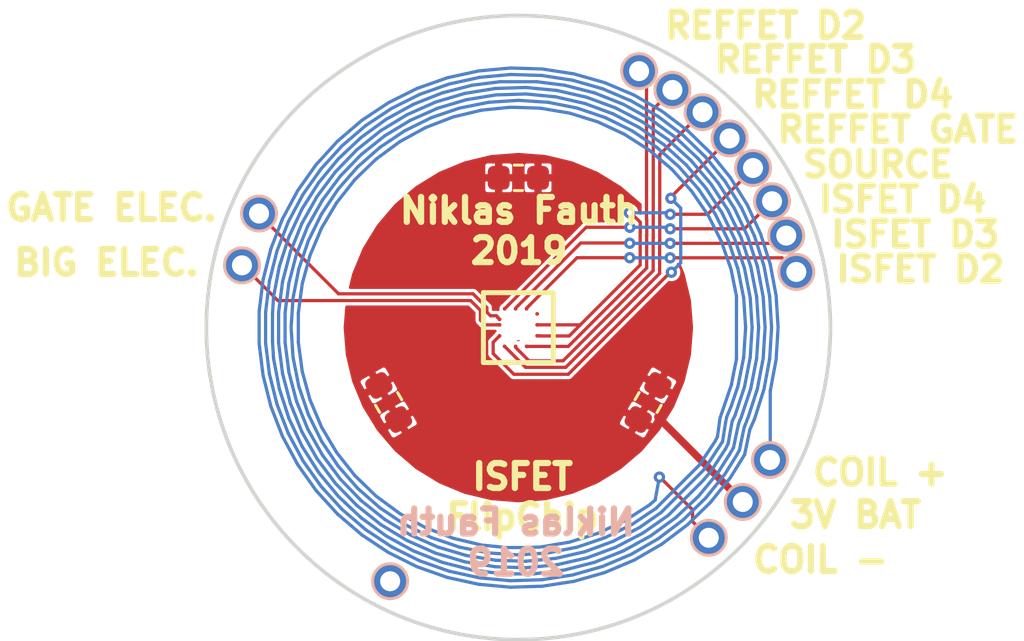
<source format=kicad_pcb>
(kicad_pcb (version 20171130) (host pcbnew 5.0.2-bee76a0~70~ubuntu18.04.1)

  (general
    (thickness 0.6)
    (drawings 33)
    (tracks 488)
    (zones 0)
    (modules 19)
    (nets 11)
  )

  (page A4)
  (layers
    (0 F.Cu signal)
    (31 B.Cu signal)
    (32 B.Adhes user)
    (33 F.Adhes user)
    (34 B.Paste user)
    (35 F.Paste user)
    (36 B.SilkS user)
    (37 F.SilkS user)
    (38 B.Mask user)
    (39 F.Mask user)
    (40 Dwgs.User user)
    (41 Cmts.User user hide)
    (42 Eco1.User user)
    (43 Eco2.User user)
    (44 Edge.Cuts user)
    (45 Margin user)
    (46 B.CrtYd user hide)
    (47 F.CrtYd user hide)
    (48 B.Fab user hide)
    (49 F.Fab user hide)
  )

  (setup
    (last_trace_width 0.13)
    (user_trace_width 0.089)
    (user_trace_width 0.1)
    (user_trace_width 0.2)
    (user_trace_width 0.3)
    (user_trace_width 0.5)
    (user_trace_width 0.8)
    (user_trace_width 1)
    (trace_clearance 0.13)
    (zone_clearance 0.1)
    (zone_45_only no)
    (trace_min 0.089)
    (segment_width 0.2)
    (edge_width 0.15)
    (via_size 0.45)
    (via_drill 0.2)
    (via_min_size 0.45)
    (via_min_drill 0.2)
    (uvia_size 0.3)
    (uvia_drill 0.1)
    (uvias_allowed no)
    (uvia_min_size 0.2)
    (uvia_min_drill 0.1)
    (pcb_text_width 0.3)
    (pcb_text_size 1.5 1.5)
    (mod_edge_width 0.15)
    (mod_text_size 0 0)
    (mod_text_width 0)
    (pad_size 0.8 0.8)
    (pad_drill 0.8)
    (pad_to_mask_clearance 0.051)
    (solder_mask_min_width 0.25)
    (aux_axis_origin 0 0)
    (visible_elements FFFFFF7F)
    (pcbplotparams
      (layerselection 0x010fc_ffffffff)
      (usegerberextensions false)
      (usegerberattributes false)
      (usegerberadvancedattributes false)
      (creategerberjobfile false)
      (excludeedgelayer true)
      (linewidth 0.100000)
      (plotframeref false)
      (viasonmask false)
      (mode 1)
      (useauxorigin false)
      (hpglpennumber 1)
      (hpglpenspeed 20)
      (hpglpendiameter 15.000000)
      (psnegative false)
      (psa4output false)
      (plotreference true)
      (plotvalue true)
      (plotinvisibletext false)
      (padsonsilk false)
      (subtractmaskfromsilk false)
      (outputformat 1)
      (mirror false)
      (drillshape 0)
      (scaleselection 1)
      (outputdirectory "gerber_V1.1"))
  )

  (net 0 "")
  (net 1 GNDD)
  (net 2 REFFET1_D2)
  (net 3 REFFET1_D3)
  (net 4 REFFET1_D4)
  (net 5 ISFET1_D4)
  (net 6 ISFET1_D3)
  (net 7 ISFET1_D2)
  (net 8 ISFET1_D1)
  (net 9 ELEC1)
  (net 10 O2_ELEC1)

  (net_class Default "This is the default net class."
    (clearance 0.13)
    (trace_width 0.13)
    (via_dia 0.45)
    (via_drill 0.2)
    (uvia_dia 0.3)
    (uvia_drill 0.1)
    (add_net ELEC1)
    (add_net GNDD)
    (add_net ISFET1_D1)
    (add_net ISFET1_D2)
    (add_net ISFET1_D3)
    (add_net ISFET1_D4)
    (add_net O2_ELEC1)
    (add_net REFFET1_D2)
    (add_net REFFET1_D3)
    (add_net REFFET1_D4)
  )

  (module Capacitor_SMD:C_0603_1608Metric (layer F.Cu) (tedit 5CF6A4BC) (tstamp 5CF6B20E)
    (at 104.803848 83 300)
    (descr "Capacitor SMD 0603 (1608 Metric), square (rectangular) end terminal, IPC_7351 nominal, (Body size source: http://www.tortai-tech.com/upload/download/2011102023233369053.pdf), generated with kicad-footprint-generator")
    (tags capacitor)
    (attr smd)
    (fp_text reference REF** (at 0 -1.43 300) (layer F.SilkS) hide
      (effects (font (size 1 1) (thickness 0.15)))
    )
    (fp_text value C_0603_1608Metric (at 0 1.43 300) (layer F.Fab)
      (effects (font (size 1 1) (thickness 0.15)))
    )
    (fp_line (start -0.8 0.4) (end -0.8 -0.4) (layer F.Fab) (width 0.1))
    (fp_line (start -0.8 -0.4) (end 0.8 -0.4) (layer F.Fab) (width 0.1))
    (fp_line (start 0.8 -0.4) (end 0.8 0.4) (layer F.Fab) (width 0.1))
    (fp_line (start 0.8 0.4) (end -0.8 0.4) (layer F.Fab) (width 0.1))
    (fp_line (start -0.162779 -0.51) (end 0.162779 -0.51) (layer F.SilkS) (width 0.12))
    (fp_line (start -0.162779 0.51) (end 0.162779 0.51) (layer F.SilkS) (width 0.12))
    (fp_line (start -1.48 0.73) (end -1.48 -0.73) (layer F.CrtYd) (width 0.05))
    (fp_line (start -1.48 -0.73) (end 1.48 -0.73) (layer F.CrtYd) (width 0.05))
    (fp_line (start 1.48 -0.73) (end 1.48 0.73) (layer F.CrtYd) (width 0.05))
    (fp_line (start 1.48 0.73) (end -1.48 0.73) (layer F.CrtYd) (width 0.05))
    (fp_text user %R (at 0 0 300) (layer F.Fab)
      (effects (font (size 0.4 0.4) (thickness 0.06)))
    )
    (pad 1 smd roundrect (at -0.7875 0 300) (size 0.875 0.95) (layers F.Cu F.Paste F.Mask) (roundrect_rratio 0.25)
      (net 1 GNDD))
    (pad 2 smd roundrect (at 0.7875 0 300) (size 0.875 0.95) (layers F.Cu F.Paste F.Mask) (roundrect_rratio 0.25)
      (net 1 GNDD))
    (model ${KISYS3DMOD}/Capacitor_SMD.3dshapes/C_0603_1608Metric.wrl
      (at (xyz 0 0 0))
      (scale (xyz 1 1 1))
      (rotate (xyz 0 0 0))
    )
  )

  (module Capacitor_SMD:C_0603_1608Metric (layer F.Cu) (tedit 5CF6A4F9) (tstamp 5CF6B20E)
    (at 115.196152 83 60)
    (descr "Capacitor SMD 0603 (1608 Metric), square (rectangular) end terminal, IPC_7351 nominal, (Body size source: http://www.tortai-tech.com/upload/download/2011102023233369053.pdf), generated with kicad-footprint-generator")
    (tags capacitor)
    (attr smd)
    (fp_text reference REF** (at 0 -1.43 60) (layer F.SilkS) hide
      (effects (font (size 1 1) (thickness 0.15)))
    )
    (fp_text value C_0603_1608Metric (at 0 1.43 60) (layer F.Fab)
      (effects (font (size 1 1) (thickness 0.15)))
    )
    (fp_line (start -0.8 0.4) (end -0.8 -0.4) (layer F.Fab) (width 0.1))
    (fp_line (start -0.8 -0.4) (end 0.8 -0.4) (layer F.Fab) (width 0.1))
    (fp_line (start 0.8 -0.4) (end 0.8 0.4) (layer F.Fab) (width 0.1))
    (fp_line (start 0.8 0.4) (end -0.8 0.4) (layer F.Fab) (width 0.1))
    (fp_line (start -0.162779 -0.51) (end 0.162779 -0.51) (layer F.SilkS) (width 0.12))
    (fp_line (start -0.162779 0.51) (end 0.162779 0.51) (layer F.SilkS) (width 0.12))
    (fp_line (start -1.48 0.73) (end -1.48 -0.73) (layer F.CrtYd) (width 0.05))
    (fp_line (start -1.48 -0.73) (end 1.48 -0.73) (layer F.CrtYd) (width 0.05))
    (fp_line (start 1.48 -0.73) (end 1.48 0.73) (layer F.CrtYd) (width 0.05))
    (fp_line (start 1.48 0.73) (end -1.48 0.73) (layer F.CrtYd) (width 0.05))
    (fp_text user %R (at 0 0 60) (layer F.Fab)
      (effects (font (size 0.4 0.4) (thickness 0.06)))
    )
    (pad 1 smd roundrect (at -0.7875 0 60) (size 0.875 0.95) (layers F.Cu F.Paste F.Mask) (roundrect_rratio 0.25)
      (net 1 GNDD))
    (pad 2 smd roundrect (at 0.7875 0 60) (size 0.875 0.95) (layers F.Cu F.Paste F.Mask) (roundrect_rratio 0.25)
      (net 1 GNDD))
    (model ${KISYS3DMOD}/Capacitor_SMD.3dshapes/C_0603_1608Metric.wrl
      (at (xyz 0 0 0))
      (scale (xyz 1 1 1))
      (rotate (xyz 0 0 0))
    )
  )

  (module Capacitor_SMD:C_0603_1608Metric (layer F.Cu) (tedit 5CF6A524) (tstamp 5CF6B20E)
    (at 110 74 180)
    (descr "Capacitor SMD 0603 (1608 Metric), square (rectangular) end terminal, IPC_7351 nominal, (Body size source: http://www.tortai-tech.com/upload/download/2011102023233369053.pdf), generated with kicad-footprint-generator")
    (tags capacitor)
    (attr smd)
    (fp_text reference REF** (at 0 -1.43 180) (layer F.SilkS) hide
      (effects (font (size 1 1) (thickness 0.15)))
    )
    (fp_text value C_0603_1608Metric (at 0 1.43 180) (layer F.Fab)
      (effects (font (size 1 1) (thickness 0.15)))
    )
    (fp_line (start -0.8 0.4) (end -0.8 -0.4) (layer F.Fab) (width 0.1))
    (fp_line (start -0.8 -0.4) (end 0.8 -0.4) (layer F.Fab) (width 0.1))
    (fp_line (start 0.8 -0.4) (end 0.8 0.4) (layer F.Fab) (width 0.1))
    (fp_line (start 0.8 0.4) (end -0.8 0.4) (layer F.Fab) (width 0.1))
    (fp_line (start -0.162779 -0.51) (end 0.162779 -0.51) (layer F.SilkS) (width 0.12))
    (fp_line (start -0.162779 0.51) (end 0.162779 0.51) (layer F.SilkS) (width 0.12))
    (fp_line (start -1.48 0.73) (end -1.48 -0.73) (layer F.CrtYd) (width 0.05))
    (fp_line (start -1.48 -0.73) (end 1.48 -0.73) (layer F.CrtYd) (width 0.05))
    (fp_line (start 1.48 -0.73) (end 1.48 0.73) (layer F.CrtYd) (width 0.05))
    (fp_line (start 1.48 0.73) (end -1.48 0.73) (layer F.CrtYd) (width 0.05))
    (fp_text user %R (at 0 0 180) (layer F.Fab)
      (effects (font (size 0.4 0.4) (thickness 0.06)))
    )
    (pad 1 smd roundrect (at -0.7875 0 180) (size 0.875 0.95) (layers F.Cu F.Paste F.Mask) (roundrect_rratio 0.25)
      (net 1 GNDD))
    (pad 2 smd roundrect (at 0.7875 0 180) (size 0.875 0.95) (layers F.Cu F.Paste F.Mask) (roundrect_rratio 0.25)
      (net 1 GNDD))
    (model ${KISYS3DMOD}/Capacitor_SMD.3dshapes/C_0603_1608Metric.wrl
      (at (xyz 0 0 0))
      (scale (xyz 1 1 1))
      (rotate (xyz 0 0 0))
    )
  )

  (module TestPoint:TestPoint_Pad_D1.0mm (layer B.Cu) (tedit 5CF1B268) (tstamp 5CECF8A4)
    (at 99.61118 75.43038)
    (descr "SMD pad as test Point, diameter 1.0mm")
    (tags "test point SMD pad")
    (path /5CDFD244)
    (attr virtual)
    (fp_text reference J14 (at 0 1.448) (layer B.SilkS)
      (effects (font (size 0 0) (thickness 0.15)) (justify mirror))
    )
    (fp_text value PAD (at 0 -1.55) (layer B.Fab)
      (effects (font (size 1 1) (thickness 0.15)) (justify mirror))
    )
    (fp_circle (center 0 0) (end 0 -0.7) (layer B.SilkS) (width 0.12))
    (fp_circle (center 0 0) (end 1 0) (layer B.CrtYd) (width 0.05))
    (fp_text user %R (at 0 1.45) (layer B.Fab)
      (effects (font (size 1 1) (thickness 0.15)) (justify mirror))
    )
    (pad 1 thru_hole circle (at 0 0) (size 1.3 1.3) (drill 0.8) (layers *.Cu *.Mask)
      (net 10 O2_ELEC1))
  )

  (module TestPoint:TestPoint_Pad_D1.0mm (layer B.Cu) (tedit 5CF1BC88) (tstamp 5CECF89D)
    (at 117.6274 88.41994)
    (descr "SMD pad as test Point, diameter 1.0mm")
    (tags "test point SMD pad")
    (path /5CDD938E)
    (attr virtual)
    (fp_text reference J16 (at 0 1.448) (layer B.SilkS)
      (effects (font (size 0 0) (thickness 0.15)) (justify mirror))
    )
    (fp_text value PAD (at 0 -1.55) (layer B.Fab)
      (effects (font (size 1 1) (thickness 0.15)) (justify mirror))
    )
    (fp_text user %R (at 0 1.45) (layer B.Fab)
      (effects (font (size 1 1) (thickness 0.15)) (justify mirror))
    )
    (fp_circle (center 0 0) (end 1 0) (layer B.CrtYd) (width 0.05))
    (fp_circle (center 0 0) (end 0 -0.7) (layer B.SilkS) (width 0.12))
    (pad 1 thru_hole circle (at 0 0) (size 1.3 1.3) (drill 0.8) (layers *.Cu *.Mask)
      (net 1 GNDD))
  )

  (module TestPoint:TestPoint_Pad_D1.0mm (layer B.Cu) (tedit 5A0F774F) (tstamp 5CECF896)
    (at 104.8639 90.15984)
    (descr "SMD pad as test Point, diameter 1.0mm")
    (tags "test point SMD pad")
    (path /5CDEB415)
    (attr virtual)
    (fp_text reference J15 (at 0 1.448) (layer B.SilkS)
      (effects (font (size 0 0) (thickness 0.15)) (justify mirror))
    )
    (fp_text value PAD (at 0 -1.55) (layer B.Fab)
      (effects (font (size 1 1) (thickness 0.15)) (justify mirror))
    )
    (fp_circle (center 0 0) (end 0 -0.7) (layer B.SilkS) (width 0.12))
    (fp_circle (center 0 0) (end 1 0) (layer B.CrtYd) (width 0.05))
    (fp_text user %R (at 0 1.45) (layer B.Fab)
      (effects (font (size 1 1) (thickness 0.15)) (justify mirror))
    )
    (pad 1 thru_hole circle (at 0 0) (size 1.3 1.3) (drill 0.8) (layers *.Cu *.Mask))
  )

  (module TestPoint:TestPoint_Pad_D1.0mm (layer B.Cu) (tedit 5CF1B26F) (tstamp 5CECF88F)
    (at 98.92792 77.50556)
    (descr "SMD pad as test Point, diameter 1.0mm")
    (tags "test point SMD pad")
    (path /5CE0F070)
    (attr virtual)
    (fp_text reference J13 (at 0 1.448) (layer B.SilkS)
      (effects (font (size 0 0) (thickness 0.15)) (justify mirror))
    )
    (fp_text value PAD (at 0 -1.55) (layer B.Fab)
      (effects (font (size 1 1) (thickness 0.15)) (justify mirror))
    )
    (fp_text user %R (at 0 1.45) (layer B.Fab)
      (effects (font (size 1 1) (thickness 0.15)) (justify mirror))
    )
    (fp_circle (center 0 0) (end 1 0) (layer B.CrtYd) (width 0.05))
    (fp_circle (center 0 0) (end 0 -0.7) (layer B.SilkS) (width 0.12))
    (pad 1 thru_hole circle (at 0 0) (size 1.3 1.3) (drill 0.8) (layers *.Cu *.Mask)
      (net 9 ELEC1))
  )

  (module TestPoint:TestPoint_Pad_D1.0mm (layer B.Cu) (tedit 5CF1B204) (tstamp 5CECF888)
    (at 120.73128 76.3143 45)
    (descr "SMD pad as test Point, diameter 1.0mm")
    (tags "test point SMD pad")
    (path /5CEF6C5D)
    (attr virtual)
    (fp_text reference J2 (at 0 1.448001 45) (layer B.SilkS)
      (effects (font (size 0 0) (thickness 0.15)) (justify mirror))
    )
    (fp_text value PAD (at 0 -1.550001 45) (layer B.Fab)
      (effects (font (size 1 1) (thickness 0.15)) (justify mirror))
    )
    (fp_circle (center 0 0) (end 0 -0.7) (layer B.SilkS) (width 0.12))
    (fp_circle (center 0 0) (end 1 0) (layer B.CrtYd) (width 0.05))
    (fp_text user %R (at 0 1.45 45) (layer B.Fab)
      (effects (font (size 1 1) (thickness 0.15)) (justify mirror))
    )
    (pad 1 thru_hole circle (at 0 0 45) (size 1.3 1.3) (drill 0.8) (layers *.Cu *.Mask)
      (net 6 ISFET1_D3))
  )

  (module TestPoint:TestPoint_Pad_D1.0mm (layer B.Cu) (tedit 5CF1B464) (tstamp 5CECF881)
    (at 121.13514 77.76972 45)
    (descr "SMD pad as test Point, diameter 1.0mm")
    (tags "test point SMD pad")
    (path /5CEF6AD6)
    (attr virtual)
    (fp_text reference J1 (at 0 1.448001 45) (layer B.SilkS)
      (effects (font (size 0 0) (thickness 0.15)) (justify mirror))
    )
    (fp_text value PAD (at 0 -1.550001 45) (layer B.Fab)
      (effects (font (size 1 1) (thickness 0.15)) (justify mirror))
    )
    (fp_text user %R (at 0 1.45 45) (layer B.Fab)
      (effects (font (size 1 1) (thickness 0.15)) (justify mirror))
    )
    (fp_circle (center 0 0) (end 1 0) (layer B.CrtYd) (width 0.05))
    (fp_circle (center 0 0) (end 0 -0.7) (layer B.SilkS) (width 0.12))
    (pad 1 thru_hole circle (at 0 0 45) (size 1.3 1.3) (drill 0.8) (layers *.Cu *.Mask)
      (net 7 ISFET1_D2))
  )

  (module TestPoint:TestPoint_Pad_D1.0mm (layer B.Cu) (tedit 5CF1B457) (tstamp 5CECF87A)
    (at 114.83594 69.72554 45)
    (descr "SMD pad as test Point, diameter 1.0mm")
    (tags "test point SMD pad")
    (path /5CEF7315)
    (attr virtual)
    (fp_text reference J10 (at 0 1.448001 45) (layer B.SilkS)
      (effects (font (size 0 0) (thickness 0.15)) (justify mirror))
    )
    (fp_text value PAD (at 0 -1.550001 45) (layer B.Fab)
      (effects (font (size 1 1) (thickness 0.15)) (justify mirror))
    )
    (fp_circle (center 0 0) (end 0 -0.7) (layer B.SilkS) (width 0.12))
    (fp_circle (center 0 0) (end 1 0) (layer B.CrtYd) (width 0.05))
    (fp_text user %R (at 0 1.45 45) (layer B.Fab)
      (effects (font (size 1 1) (thickness 0.15)) (justify mirror))
    )
    (pad 1 thru_hole circle (at 0 0 45) (size 1.3 1.3) (drill 0.8) (layers *.Cu *.Mask)
      (net 2 REFFET1_D2))
  )

  (module TestPoint:TestPoint_Pad_D1.0mm (layer B.Cu) (tedit 5CF1B1D1) (tstamp 5CECF873)
    (at 116.17198 70.47992 45)
    (descr "SMD pad as test Point, diameter 1.0mm")
    (tags "test point SMD pad")
    (path /5CEF728D)
    (attr virtual)
    (fp_text reference J9 (at 0 1.448001 45) (layer B.SilkS)
      (effects (font (size 0 0) (thickness 0.15)) (justify mirror))
    )
    (fp_text value PAD (at 0 -1.550001 45) (layer B.Fab)
      (effects (font (size 1 1) (thickness 0.15)) (justify mirror))
    )
    (fp_text user %R (at 0 1.45 45) (layer B.Fab)
      (effects (font (size 1 1) (thickness 0.15)) (justify mirror))
    )
    (fp_circle (center 0 0) (end 1 0) (layer B.CrtYd) (width 0.05))
    (fp_circle (center 0 0) (end 0 -0.7) (layer B.SilkS) (width 0.12))
    (pad 1 thru_hole circle (at 0 0 45) (size 1.3 1.3) (drill 0.8) (layers *.Cu *.Mask)
      (net 3 REFFET1_D3))
  )

  (module TestPoint:TestPoint_Pad_D1.0mm (layer B.Cu) (tedit 5A0F774F) (tstamp 5CECF86C)
    (at 120.0785 85.30336)
    (descr "SMD pad as test Point, diameter 1.0mm")
    (tags "test point SMD pad")
    (path /5CF39F50)
    (attr virtual)
    (fp_text reference J8 (at 0 1.448) (layer B.SilkS)
      (effects (font (size 0 0) (thickness 0.15)) (justify mirror))
    )
    (fp_text value PAD (at 0 -1.55) (layer B.Fab)
      (effects (font (size 1 1) (thickness 0.15)) (justify mirror))
    )
    (fp_circle (center 0 0) (end 0 -0.7) (layer B.SilkS) (width 0.12))
    (fp_circle (center 0 0) (end 1 0) (layer B.CrtYd) (width 0.05))
    (fp_text user %R (at 0 1.45) (layer B.Fab)
      (effects (font (size 1 1) (thickness 0.15)) (justify mirror))
    )
    (pad 1 thru_hole circle (at 0 0) (size 1.3 1.3) (drill 0.8) (layers *.Cu *.Mask))
  )

  (module TestPoint:TestPoint_Pad_D1.0mm (layer B.Cu) (tedit 5CF1B453) (tstamp 5CECF865)
    (at 117.37848 71.36892 45)
    (descr "SMD pad as test Point, diameter 1.0mm")
    (tags "test point SMD pad")
    (path /5CEF7207)
    (attr virtual)
    (fp_text reference J7 (at 0 1.448001 45) (layer B.SilkS)
      (effects (font (size 0 0) (thickness 0.15)) (justify mirror))
    )
    (fp_text value PAD (at 0 -1.550001 45) (layer B.Fab)
      (effects (font (size 1 1) (thickness 0.15)) (justify mirror))
    )
    (fp_text user %R (at 0 1.45 45) (layer B.Fab)
      (effects (font (size 1 1) (thickness 0.15)) (justify mirror))
    )
    (fp_circle (center 0 0) (end 1 0) (layer B.CrtYd) (width 0.05))
    (fp_circle (center 0 0) (end 0 -0.7) (layer B.SilkS) (width 0.12))
    (pad 1 thru_hole circle (at 0 0 45) (size 1.3 1.3) (drill 0.8) (layers *.Cu *.Mask)
      (net 4 REFFET1_D4))
  )

  (module TestPoint:TestPoint_Pad_D1.0mm (layer B.Cu) (tedit 5CF1B1E5) (tstamp 5CECF85E)
    (at 118.46052 72.42048 45)
    (descr "SMD pad as test Point, diameter 1.0mm")
    (tags "test point SMD pad")
    (path /5CEF7189)
    (attr virtual)
    (fp_text reference J5 (at 0 1.448001 45) (layer B.SilkS)
      (effects (font (size 0 0) (thickness 0.15)) (justify mirror))
    )
    (fp_text value PAD (at 0 -1.550001 45) (layer B.Fab)
      (effects (font (size 1 1) (thickness 0.15)) (justify mirror))
    )
    (fp_circle (center 0 0) (end 0 -0.7) (layer B.SilkS) (width 0.12))
    (fp_circle (center 0 0) (end 1 0) (layer B.CrtYd) (width 0.05))
    (fp_text user %R (at 0 1.45 45) (layer B.Fab)
      (effects (font (size 1 1) (thickness 0.15)) (justify mirror))
    )
    (pad 1 thru_hole circle (at 0 0 45) (size 1.3 1.3) (drill 0.8) (layers *.Cu *.Mask))
  )

  (module TestPoint:TestPoint_Pad_D1.0mm (layer B.Cu) (tedit 5CF6A8E5) (tstamp 5CECF857)
    (at 119.40032 73.60666 45)
    (descr "SMD pad as test Point, diameter 1.0mm")
    (tags "test point SMD pad")
    (path /5CEF6D5F)
    (attr virtual)
    (fp_text reference J4 (at 0 1.448001 45) (layer B.SilkS)
      (effects (font (size 0 0) (thickness 0.15)) (justify mirror))
    )
    (fp_text value PAD (at 0 -1.550001 45) (layer B.Fab)
      (effects (font (size 1 1) (thickness 0.15)) (justify mirror))
    )
    (fp_circle (center 0 0) (end 0 -0.7) (layer B.SilkS) (width 0.12))
    (fp_circle (center 0 0) (end 1 0) (layer B.CrtYd) (width 0.05))
    (fp_text user %R (at 0 1.45 45) (layer B.Fab)
      (effects (font (size 1 1) (thickness 0.15)) (justify mirror))
    )
    (pad 1 thru_hole circle (at 0 0 45) (size 1.3 1.3) (drill 0.8) (layers *.Cu *.Mask))
  )

  (module TestPoint:TestPoint_Pad_D1.0mm (layer B.Cu) (tedit 5CF1B45F) (tstamp 5CECF850)
    (at 120.16232 74.93762 45)
    (descr "SMD pad as test Point, diameter 1.0mm")
    (tags "test point SMD pad")
    (path /5CEF6CDF)
    (attr virtual)
    (fp_text reference J3 (at 0 1.448001 45) (layer B.SilkS)
      (effects (font (size 0 0) (thickness 0.15)) (justify mirror))
    )
    (fp_text value PAD (at 0 -1.550001 45) (layer B.Fab)
      (effects (font (size 1 1) (thickness 0.15)) (justify mirror))
    )
    (fp_circle (center 0 0) (end 0 -0.7) (layer B.SilkS) (width 0.12))
    (fp_circle (center 0 0) (end 1 0) (layer B.CrtYd) (width 0.05))
    (fp_text user %R (at 0 1.45 45) (layer B.Fab)
      (effects (font (size 1 1) (thickness 0.15)) (justify mirror))
    )
    (pad 1 thru_hole circle (at 0 0 45) (size 1.3 1.3) (drill 0.8) (layers *.Cu *.Mask)
      (net 5 ISFET1_D4))
  )

  (module TestPoint:TestPoint_Pad_D1.0mm (layer B.Cu) (tedit 5CF6A624) (tstamp 5CECF849)
    (at 118.98884 86.98484)
    (descr "SMD pad as test Point, diameter 1.0mm")
    (tags "test point SMD pad")
    (path /5CF40568)
    (attr virtual)
    (fp_text reference J6 (at 0 1.448) (layer B.SilkS)
      (effects (font (size 0 0) (thickness 0.15)) (justify mirror))
    )
    (fp_text value PAD (at 0 -1.55) (layer B.Fab)
      (effects (font (size 1 1) (thickness 0.15)) (justify mirror))
    )
    (fp_text user %R (at 0 1.45) (layer B.Fab)
      (effects (font (size 1 1) (thickness 0.15)) (justify mirror))
    )
    (fp_circle (center 0 0) (end 1 0) (layer B.CrtYd) (width 0.05))
    (fp_circle (center 0 0) (end 0 -0.7) (layer B.SilkS) (width 0.12))
    (pad 1 thru_hole circle (at 0 0) (size 1.3 1.3) (drill 0.8) (layers *.Cu *.Mask)
      (net 1 GNDD))
  )

  (module MountingHole:MountingHole_2.5mm (layer F.Cu) (tedit 5D22D97C) (tstamp 5CE83DBE)
    (at 110 80)
    (descr "Mounting Hole 2.5mm, no annular")
    (tags "mounting hole 2.5mm no annular")
    (attr virtual)
    (fp_text reference REF** (at 0 -3.5) (layer F.SilkS) hide
      (effects (font (size 1 1) (thickness 0.15)))
    )
    (fp_text value MountingHole_2.5mm (at 0 3.5) (layer F.Fab)
      (effects (font (size 1 1) (thickness 0.15)))
    )
    (fp_circle (center 0 0) (end 2.75 0) (layer F.CrtYd) (width 0.05))
    (fp_circle (center 0 0) (end 2.5 0) (layer Cmts.User) (width 0.15))
    (fp_text user %R (at 0.3 0) (layer F.Fab)
      (effects (font (size 1 1) (thickness 0.15)))
    )
    (pad "" np_thru_hole circle (at 0 0) (size 1 1) (drill 1) (layers *.Cu *.Mask))
  )

  (module Sensor_Voltage:ISFET_FC_MIN (layer F.Cu) (tedit 5CEBFDF7) (tstamp 5CE83D9A)
    (at 110 80 90)
    (fp_text reference REF** (at -1.9 1.7 90) (layer F.SilkS) hide
      (effects (font (size 1 1) (thickness 0.15)))
    )
    (fp_text value ISFET_FC_MIN (at -0.4 -3.5 90) (layer F.Fab)
      (effects (font (size 1 1) (thickness 0.15)))
    )
    (pad D4i smd circle (at 0.753 -0.55 180) (size 0.15 0.15) (layers F.Cu F.Paste F.Mask)
      (net 5 ISFET1_D4))
    (pad D2i smd circle (at 0.753 0.33) (size 0.15 0.15) (layers F.Cu F.Paste F.Mask)
      (net 7 ISFET1_D2))
    (pad D3i smd circle (at 0.753 -0.11 180) (size 0.15 0.15) (layers F.Cu F.Paste F.Mask)
      (net 6 ISFET1_D3))
    (pad D1i smd circle (at 0.55 0.753 90) (size 0.15 0.15) (layers F.Cu F.Paste F.Mask)
      (net 8 ISFET1_D1))
    (pad SUB smd circle (at -0.33 0.753 270) (size 0.15 0.15) (layers F.Cu F.Paste F.Mask))
    (pad S smd circle (at 0.11 0.753 90) (size 0.15 0.15) (layers F.Cu F.Paste F.Mask))
    (pad D3m smd circle (at -0.753 -0.11 180) (size 0.15 0.15) (layers F.Cu F.Paste F.Mask)
      (net 3 REFFET1_D3))
    (pad D4m smd circle (at -0.753 -0.55 180) (size 0.15 0.15) (layers F.Cu F.Paste F.Mask)
      (net 4 REFFET1_D4))
    (pad D2m smd circle (at -0.753 0.33) (size 0.15 0.15) (layers F.Cu F.Paste F.Mask)
      (net 2 REFFET1_D2))
    (pad G smd circle (at -0.33 -0.753 270) (size 0.15 0.15) (layers F.Cu F.Paste F.Mask))
    (pad O2 smd circle (at 0.33 -0.753 90) (size 0.15 0.15) (layers F.Cu F.Paste F.Mask)
      (net 10 O2_ELEC1))
    (pad ELEC smd circle (at 0.11 -0.753 90) (size 0.15 0.15) (layers F.Cu F.Paste F.Mask)
      (net 9 ELEC1))
  )

  (gr_text "COIL -" (at 122.1 89.3) (layer F.SilkS) (tstamp 5D6F91B2)
    (effects (font (size 1 1) (thickness 0.25)))
  )
  (gr_text "COIL +" (at 124.5 85.8) (layer F.SilkS) (tstamp 5D6F91A1)
    (effects (font (size 1 1) (thickness 0.25)))
  )
  (gr_text "3V BAT" (at 123.5 87.5) (layer F.SilkS) (tstamp 5D6F91A1)
    (effects (font (size 1 1) (thickness 0.25)))
  )
  (gr_text "BIG ELEC." (at 93.5 77.4) (layer F.SilkS) (tstamp 5D6F91A1)
    (effects (font (size 1 1) (thickness 0.25)))
  )
  (gr_text "GATE ELEC." (at 93.7 75.2) (layer F.SilkS) (tstamp 5D6F9199)
    (effects (font (size 1 1) (thickness 0.25)))
  )
  (gr_text "ISFET D2" (at 126.1 77.6643) (layer F.SilkS) (tstamp 5D6F9163)
    (effects (font (size 1 1) (thickness 0.25)))
  )
  (gr_text "ISFET D3" (at 122.4 76.2643) (layer F.SilkS) (tstamp 5D6F9163)
    (effects (font (size 1 1) (thickness 0.25)) (justify left))
  )
  (gr_text "ISFET D4" (at 121.9 74.8643) (layer F.SilkS) (tstamp 5D6F9163)
    (effects (font (size 1 1) (thickness 0.25)) (justify left))
  )
  (gr_text SOURCE (at 124.4 73.4643) (layer F.SilkS) (tstamp 5D6F9163)
    (effects (font (size 1 1) (thickness 0.25)))
  )
  (gr_text "REFFET GATE" (at 125.2 72.0643) (layer F.SilkS) (tstamp 5D6F9163)
    (effects (font (size 1 1) (thickness 0.25)))
  )
  (gr_text "REFFET D4" (at 123.4 70.6643) (layer F.SilkS) (tstamp 5D6F9163)
    (effects (font (size 1 1) (thickness 0.25)))
  )
  (gr_text "REFFET D3" (at 121.9 69.2643) (layer F.SilkS) (tstamp 5D6F9163)
    (effects (font (size 1 1) (thickness 0.25)))
  )
  (gr_text "REFFET D2" (at 119.9 67.9) (layer F.SilkS)
    (effects (font (size 1 1) (thickness 0.25)))
  )
  (gr_text "Niklas Fauth\n2019" (at 109.9 88.6) (layer B.SilkS)
    (effects (font (size 1 1) (thickness 0.25)) (justify mirror))
  )
  (gr_circle (center 110.33 80.75) (end 110.38 80.775) (layer F.Mask) (width 0.2) (tstamp 5D390A2B))
  (gr_circle (center 109.89 80.75) (end 109.94 80.775) (layer F.Mask) (width 0.2) (tstamp 5D390A2B))
  (gr_circle (center 109.45 80.75) (end 109.5 80.775) (layer F.Mask) (width 0.2) (tstamp 5D390A2B))
  (gr_circle (center 109.25 80.33) (end 109.3 80.355) (layer F.Mask) (width 0.2) (tstamp 5D390A2B))
  (gr_circle (center 109.25 79.89) (end 109.3 79.915) (layer F.Mask) (width 0.2) (tstamp 5D390A2B))
  (gr_circle (center 109.25 79.67) (end 109.3 79.695) (layer F.Mask) (width 0.2) (tstamp 5D390A2B))
  (gr_circle (center 109.45 79.25) (end 109.5 79.275) (layer F.Mask) (width 0.2) (tstamp 5D390A2B))
  (gr_circle (center 109.89 79.25) (end 109.94 79.275) (layer F.Mask) (width 0.2) (tstamp 5D390A2B))
  (gr_circle (center 110.33 79.25) (end 110.38 79.275) (layer F.Mask) (width 0.2) (tstamp 5D390A2B))
  (gr_circle (center 110.75 79.45) (end 110.8 79.475) (layer F.Mask) (width 0.2) (tstamp 5D390A2B))
  (gr_circle (center 110.75 79.89) (end 110.8 79.915) (layer F.Mask) (width 0.2) (tstamp 5D390A2B))
  (gr_circle (center 110.75 80.33) (end 110.8 80.355) (layer F.Mask) (width 0.2))
  (gr_text "Niklas Fauth\n2019" (at 110.03 76.12) (layer F.SilkS) (tstamp 5CEC3529)
    (effects (font (size 1 1) (thickness 0.25)))
  )
  (gr_text "ISFET\nFlipChip" (at 110.17 86.78) (layer F.SilkS) (tstamp 5CE83DBD)
    (effects (font (size 1 1) (thickness 0.25)))
  )
  (gr_line (start 108.6 78.6) (end 111.4 78.6) (layer F.SilkS) (width 0.2) (tstamp 5CE83DAA))
  (gr_line (start 108.6 81.4) (end 108.6 78.6) (layer F.SilkS) (width 0.2) (tstamp 5CE83DA9))
  (gr_line (start 111.4 81.4) (end 108.6 81.4) (layer F.SilkS) (width 0.2) (tstamp 5CE83D7B))
  (gr_line (start 111.4 78.6) (end 111.4 81.4) (layer F.SilkS) (width 0.2) (tstamp 5CE83D7A))
  (gr_arc (start 110 80) (end 118.034845 70.424443) (angle 360) (layer Edge.Cuts) (width 0.15))

  (segment (start 109.247 80.33) (end 108.98534 80.59166) (width 0.13) (layer F.Cu) (net 0))
  (segment (start 110 80) (end 110 80.482999) (width 0.13) (layer F.Cu) (net 0))
  (segment (start 110.859066 80.33) (end 110.864186 80.33512) (width 0.13) (layer F.Cu) (net 0))
  (segment (start 110.753 80.33) (end 110.859066 80.33) (width 0.13) (layer F.Cu) (net 0))
  (segment (start 110.864186 80.33512) (end 112.03686 80.33512) (width 0.13) (layer F.Cu) (net 0))
  (segment (start 112.03686 80.33512) (end 112.47374 79.89824) (width 0.13) (layer F.Cu) (net 0))
  (segment (start 119.204237 83.595763) (end 119.55 82.531613) (width 0.13) (layer B.Cu) (net 0))
  (segment (start 114.677858 88.1) (end 114.854425 88.007885) (width 0.13) (layer B.Cu) (net 0))
  (segment (start 114.854425 88.007885) (end 115.722978 87.402021) (width 0.13) (layer B.Cu) (net 0))
  (segment (start 114.675 88.1) (end 114.677858 88.1) (width 0.13) (layer B.Cu) (net 0))
  (segment (start 117.504743 85.600937) (end 118.159361 84.595267) (width 0.13) (layer B.Cu) (net 0))
  (segment (start 115.722978 87.402021) (end 117.394124 85.730876) (width 0.13) (layer B.Cu) (net 0))
  (segment (start 118.159361 84.595267) (end 118.175 84.562794) (width 0.13) (layer B.Cu) (net 0))
  (segment (start 117.394124 85.730876) (end 117.504743 85.600937) (width 0.13) (layer B.Cu) (net 0))
  (segment (start 113.790542 88.562912) (end 114.67188 88.103119) (width 0.13) (layer B.Cu) (net 0))
  (segment (start 102.151822 85.108601) (end 102.869522 86.070252) (width 0.13) (layer B.Cu) (net 0))
  (segment (start 100.808303 78.209923) (end 100.654857 79.400015) (width 0.13) (layer B.Cu) (net 0))
  (segment (start 107.916233 89.129599) (end 109.100808 89.321111) (width 0.13) (layer B.Cu) (net 0))
  (segment (start 101.56298 84.063052) (end 102.151822 85.108601) (width 0.13) (layer B.Cu) (net 0))
  (segment (start 101.112676 77.04921) (end 100.808303 78.209923) (width 0.13) (layer B.Cu) (net 0))
  (segment (start 101.112675 82.950788) (end 101.56298 84.063052) (width 0.13) (layer B.Cu) (net 0))
  (segment (start 101.562981 75.936946) (end 101.112676 77.04921) (width 0.13) (layer B.Cu) (net 0))
  (segment (start 100.808302 81.790076) (end 101.112675 82.950788) (width 0.13) (layer B.Cu) (net 0))
  (segment (start 102.151822 74.891399) (end 101.562981 75.936946) (width 0.13) (layer B.Cu) (net 0))
  (segment (start 100.654857 80.599984) (end 100.808302 81.790076) (width 0.13) (layer B.Cu) (net 0))
  (segment (start 110.300146 70.640428) (end 109.10081 70.678887) (width 0.13) (layer B.Cu) (net 0))
  (segment (start 110.300146 89.359571) (end 111.494545 89.244351) (width 0.13) (layer B.Cu) (net 0))
  (segment (start 102.869523 73.929746) (end 102.151822 74.891399) (width 0.13) (layer B.Cu) (net 0))
  (segment (start 104.64248 72.319593) (end 103.71879 73.05621) (width 0.13) (layer B.Cu) (net 0))
  (segment (start 105.668614 71.697543) (end 104.64248 72.319593) (width 0.13) (layer B.Cu) (net 0))
  (segment (start 106.765871 71.211821) (end 105.668614 71.697543) (width 0.13) (layer B.Cu) (net 0))
  (segment (start 107.916233 70.870399) (end 106.765871 71.211821) (width 0.13) (layer B.Cu) (net 0))
  (segment (start 109.10081 70.678887) (end 107.916233 70.870399) (width 0.13) (layer B.Cu) (net 0))
  (segment (start 119.364384 80) (end 119.287503 78.802516) (width 0.13) (layer B.Cu) (net 0))
  (segment (start 119.287502 81.197484) (end 119.364384 80) (width 0.13) (layer B.Cu) (net 0))
  (segment (start 113.790543 71.437088) (end 112.664419 71.022665) (width 0.13) (layer B.Cu) (net 0))
  (segment (start 103.614367 73.160633) (end 102.869523 73.929746) (width 0.13) (layer B.Cu) (net 0))
  (segment (start 119.058121 82.375313) (end 119.287502 81.197484) (width 0.13) (layer B.Cu) (net 0))
  (segment (start 119.058122 77.624687) (end 118.680005 76.485858) (width 0.13) (layer B.Cu) (net 0))
  (segment (start 103.71879 73.05621) (end 103.614367 73.160633) (width 0.13) (layer B.Cu) (net 0))
  (segment (start 118.680003 83.514143) (end 119.058121 82.375313) (width 0.13) (layer B.Cu) (net 0))
  (segment (start 118.680005 76.485858) (end 118.159364 75.404736) (width 0.13) (layer B.Cu) (net 0))
  (segment (start 119.287503 78.802516) (end 119.058122 77.624687) (width 0.13) (layer B.Cu) (net 0))
  (segment (start 118.159364 75.404736) (end 117.504744 74.399064) (width 0.13) (layer B.Cu) (net 0))
  (segment (start 111.494546 70.755649) (end 110.300146 70.640428) (width 0.13) (layer B.Cu) (net 0))
  (segment (start 117.504744 74.399064) (end 116.726901 73.485365) (width 0.13) (layer B.Cu) (net 0))
  (segment (start 116.726901 73.485365) (end 115.838593 72.678626) (width 0.13) (layer B.Cu) (net 0))
  (segment (start 100.654857 79.400015) (end 100.654857 80.599984) (width 0.13) (layer B.Cu) (net 0))
  (segment (start 102.869522 86.070252) (end 103.704317 86.932247) (width 0.13) (layer B.Cu) (net 0))
  (segment (start 109.100808 89.321111) (end 110.300146 89.359571) (width 0.13) (layer B.Cu) (net 0))
  (segment (start 112.664419 71.022665) (end 111.494546 70.755649) (width 0.13) (layer B.Cu) (net 0))
  (segment (start 115.838593 72.678626) (end 114.854424 71.992113) (width 0.13) (layer B.Cu) (net 0))
  (segment (start 118.558451 83.766549) (end 118.680003 83.514143) (width 0.13) (layer B.Cu) (net 0))
  (segment (start 114.854424 71.992113) (end 113.790543 71.437088) (width 0.13) (layer B.Cu) (net 0))
  (segment (start 103.704317 86.932247) (end 104.642479 87.680405) (width 0.13) (layer B.Cu) (net 0))
  (segment (start 104.642479 87.680405) (end 105.668614 88.302455) (width 0.13) (layer B.Cu) (net 0))
  (segment (start 105.668614 88.302455) (end 106.76587 88.788177) (width 0.13) (layer B.Cu) (net 0))
  (segment (start 106.76587 88.788177) (end 107.916233 89.129599) (width 0.13) (layer B.Cu) (net 0))
  (segment (start 111.494545 89.244351) (end 112.664418 88.977335) (width 0.13) (layer B.Cu) (net 0))
  (segment (start 112.664418 88.977335) (end 113.790542 88.562912) (width 0.13) (layer B.Cu) (net 0))
  (segment (start 119.063502 85.086498) (end 119.275 84.075) (width 0.13) (layer B.Cu) (net 0))
  (segment (start 119.063502 85.088503) (end 119.063502 85.086498) (width 0.13) (layer B.Cu) (net 0))
  (segment (start 117.688968 87.009416) (end 118.492062 86.011408) (width 0.13) (layer B.Cu) (net 0))
  (segment (start 116.769314 87.901173) (end 117.688968 87.009416) (width 0.13) (layer B.Cu) (net 0))
  (segment (start 115.747042 88.673157) (end 116.769314 87.901173) (width 0.13) (layer B.Cu) (net 0))
  (segment (start 113.457954 89.812987) (end 114.637643 89.313669) (width 0.13) (layer B.Cu) (net 0))
  (segment (start 112.225835 90.163554) (end 113.457954 89.812987) (width 0.13) (layer B.Cu) (net 0))
  (segment (start 110.959998 90.360046) (end 112.225835 90.163554) (width 0.13) (layer B.Cu) (net 0))
  (segment (start 109.679596 90.399495) (end 110.959998 90.360046) (width 0.13) (layer B.Cu) (net 0))
  (segment (start 108.404061 90.281299) (end 109.679596 90.399495) (width 0.13) (layer B.Cu) (net 0))
  (segment (start 114.637643 89.313669) (end 115.747042 88.673157) (width 0.13) (layer B.Cu) (net 0))
  (segment (start 107.152698 90.007248) (end 108.404061 90.281299) (width 0.13) (layer B.Cu) (net 0))
  (segment (start 105.944508 89.5815) (end 107.152698 90.007248) (width 0.13) (layer B.Cu) (net 0))
  (segment (start 102.757122 87.469464) (end 103.729928 88.302912) (width 0.13) (layer B.Cu) (net 0))
  (segment (start 101.894113 86.522787) (end 102.757122 87.469464) (width 0.13) (layer B.Cu) (net 0))
  (segment (start 119.166429 75.077728) (end 118.492063 73.988592) (width 0.13) (layer B.Cu) (net 0))
  (segment (start 113.457959 70.187014) (end 112.225837 69.836446) (width 0.13) (layer B.Cu) (net 0))
  (segment (start 119.701842 76.241488) (end 119.166429 75.077728) (width 0.13) (layer B.Cu) (net 0))
  (segment (start 117.688972 72.990586) (end 116.769315 72.098827) (width 0.13) (layer B.Cu) (net 0))
  (segment (start 118.492063 73.988592) (end 117.688972 72.990586) (width 0.13) (layer B.Cu) (net 0))
  (segment (start 118.492062 86.011408) (end 119.063502 85.088503) (width 0.13) (layer B.Cu) (net 0))
  (segment (start 120.090187 77.462227) (end 119.701842 76.241488) (width 0.13) (layer B.Cu) (net 0))
  (segment (start 120.090186 85.059814) (end 120.090186 82.537773) (width 0.13) (layer B.Cu) (net 0))
  (segment (start 120.325569 81.278579) (end 120.40443 80) (width 0.13) (layer B.Cu) (net 0))
  (segment (start 120.090186 82.537773) (end 120.325569 81.278579) (width 0.13) (layer B.Cu) (net 0))
  (segment (start 119.975 85.175) (end 120.090186 85.059814) (width 0.13) (layer B.Cu) (net 0))
  (segment (start 104.797789 89.010502) (end 105.944508 89.5815) (width 0.13) (layer B.Cu) (net 0))
  (segment (start 99.772722 81.911799) (end 100.085179 83.154125) (width 0.13) (layer B.Cu) (net 0))
  (segment (start 120.40443 80) (end 120.32557 78.721421) (width 0.13) (layer B.Cu) (net 0))
  (segment (start 114.637648 70.686333) (end 113.457959 70.187014) (width 0.13) (layer B.Cu) (net 0))
  (segment (start 116.769315 72.098827) (end 115.747043 71.326843) (width 0.13) (layer B.Cu) (net 0))
  (segment (start 115.747043 71.326843) (end 114.637648 70.686333) (width 0.13) (layer B.Cu) (net 0))
  (segment (start 120.32557 78.721421) (end 120.090187 77.462227) (width 0.13) (layer B.Cu) (net 0))
  (segment (start 100.08518 76.845874) (end 99.772723 78.088199) (width 0.13) (layer B.Cu) (net 0))
  (segment (start 109.679596 69.600504) (end 108.40407 69.718697) (width 0.13) (layer B.Cu) (net 0))
  (segment (start 108.40407 69.718697) (end 107.152699 69.99275) (width 0.13) (layer B.Cu) (net 0))
  (segment (start 107.152699 69.99275) (end 105.944509 70.418498) (width 0.13) (layer B.Cu) (net 0))
  (segment (start 112.225837 69.836446) (end 110.96 69.639954) (width 0.13) (layer B.Cu) (net 0))
  (segment (start 105.944509 70.418498) (end 104.79779 70.989496) (width 0.13) (layer B.Cu) (net 0))
  (segment (start 104.79779 70.989496) (end 103.729929 71.697086) (width 0.13) (layer B.Cu) (net 0))
  (segment (start 103.729929 71.697086) (end 102.757125 72.530533) (width 0.13) (layer B.Cu) (net 0))
  (segment (start 99.615304 80.64051) (end 99.635082 80.80024) (width 0.13) (layer B.Cu) (net 0))
  (segment (start 110.96 69.639954) (end 109.679596 69.600504) (width 0.13) (layer B.Cu) (net 0))
  (segment (start 102.757125 72.530533) (end 101.894114 73.477211) (width 0.13) (layer B.Cu) (net 0))
  (segment (start 100.547933 75.651368) (end 100.08518 76.845874) (width 0.13) (layer B.Cu) (net 0))
  (segment (start 101.153973 74.522776) (end 100.547933 75.651368) (width 0.13) (layer B.Cu) (net 0))
  (segment (start 99.772723 78.088199) (end 99.615304 79.359488) (width 0.13) (layer B.Cu) (net 0))
  (segment (start 99.615304 79.359488) (end 99.615304 80.64051) (width 0.13) (layer B.Cu) (net 0))
  (segment (start 103.729928 88.302912) (end 104.797789 89.010502) (width 0.13) (layer B.Cu) (net 0))
  (segment (start 101.894114 73.477211) (end 101.153973 74.522776) (width 0.13) (layer B.Cu) (net 0))
  (segment (start 99.635082 80.80024) (end 99.772722 81.911799) (width 0.13) (layer B.Cu) (net 0))
  (segment (start 100.547931 84.348629) (end 101.153972 85.477223) (width 0.13) (layer B.Cu) (net 0))
  (segment (start 100.085179 83.154125) (end 100.547931 84.348629) (width 0.13) (layer B.Cu) (net 0))
  (segment (start 101.153972 85.477223) (end 101.894113 86.522787) (width 0.13) (layer B.Cu) (net 0))
  (segment (start 119.04472 84.00542) (end 119.19966 83.60156) (width 0.13) (layer B.Cu) (net 0))
  (segment (start 118.8593 84.89696) (end 118.91264 84.6328) (width 0.13) (layer B.Cu) (net 0))
  (segment (start 118.75 85.101871) (end 118.8593 84.89696) (width 0.13) (layer B.Cu) (net 0))
  (segment (start 118.279851 85.861187) (end 118.75 85.101871) (width 0.13) (layer B.Cu) (net 0))
  (segment (start 117.496826 86.834255) (end 118.279851 85.861187) (width 0.13) (layer B.Cu) (net 0))
  (segment (start 116.600154 87.703727) (end 117.496826 86.834255) (width 0.13) (layer B.Cu) (net 0))
  (segment (start 115.603427 88.45642) (end 116.600154 87.703727) (width 0.13) (layer B.Cu) (net 0))
  (segment (start 118.91264 84.6328) (end 119.04472 84.00542) (width 0.13) (layer B.Cu) (net 0))
  (segment (start 114.521755 89.080924) (end 115.603427 88.45642) (width 0.13) (layer B.Cu) (net 0))
  (segment (start 113.371542 89.567767) (end 114.521755 89.080924) (width 0.13) (layer B.Cu) (net 0))
  (segment (start 112.170214 89.909573) (end 113.371542 89.567767) (width 0.13) (layer B.Cu) (net 0))
  (segment (start 110.936008 90.101155) (end 112.170214 89.909573) (width 0.13) (layer B.Cu) (net 0))
  (segment (start 109.687603 90.139618) (end 110.936008 90.101155) (width 0.13) (layer B.Cu) (net 0))
  (segment (start 108.443943 90.024376) (end 109.687603 90.139618) (width 0.13) (layer B.Cu) (net 0))
  (segment (start 107.223843 89.757172) (end 108.443943 90.024376) (width 0.13) (layer B.Cu) (net 0))
  (segment (start 106.045858 89.342067) (end 107.223843 89.757172) (width 0.13) (layer B.Cu) (net 0))
  (segment (start 104.927789 88.785336) (end 106.045858 89.342067) (width 0.13) (layer B.Cu) (net 0))
  (segment (start 120.067541 78.753372) (end 119.83804 77.525644) (width 0.13) (layer B.Cu) (net 0))
  (segment (start 115.603429 71.54358) (end 114.521756 70.919076) (width 0.13) (layer B.Cu) (net 0))
  (segment (start 116.600155 72.296272) (end 115.603429 71.54358) (width 0.13) (layer B.Cu) (net 0))
  (segment (start 119.838039 82.474356) (end 120.06754 81.246628) (width 0.13) (layer B.Cu) (net 0))
  (segment (start 117.496827 73.165745) (end 116.600155 72.296272) (width 0.13) (layer B.Cu) (net 0))
  (segment (start 119.459399 83.664589) (end 119.838039 82.474356) (width 0.13) (layer B.Cu) (net 0))
  (segment (start 114.521756 70.919076) (end 113.371547 70.432234) (width 0.13) (layer B.Cu) (net 0))
  (segment (start 119.4594 76.335412) (end 119.459125 76.334813) (width 0.13) (layer B.Cu) (net 0))
  (segment (start 119.27332 84.08416) (end 119.459399 83.664589) (width 0.13) (layer B.Cu) (net 0))
  (segment (start 118.279851 74.138812) (end 117.496827 73.165745) (width 0.13) (layer B.Cu) (net 0))
  (segment (start 118.937366 75.200734) (end 118.279851 74.138812) (width 0.13) (layer B.Cu) (net 0))
  (segment (start 120.06754 81.246628) (end 120.14443 80) (width 0.13) (layer B.Cu) (net 0))
  (segment (start 119.459125 76.334813) (end 118.937366 75.200734) (width 0.13) (layer B.Cu) (net 0))
  (segment (start 102.938119 87.282808) (end 103.886613 88.095427) (width 0.13) (layer B.Cu) (net 0))
  (segment (start 119.83804 77.525644) (end 119.4594 76.335412) (width 0.13) (layer B.Cu) (net 0))
  (segment (start 120.14443 80) (end 120.067541 78.753372) (width 0.13) (layer B.Cu) (net 0))
  (segment (start 112.170215 70.090427) (end 110.93601 69.898845) (width 0.13) (layer B.Cu) (net 0))
  (segment (start 110.93601 69.898845) (end 109.687607 69.860381) (width 0.13) (layer B.Cu) (net 0))
  (segment (start 107.223844 70.242826) (end 106.04586 70.657931) (width 0.13) (layer B.Cu) (net 0))
  (segment (start 108.443944 69.975622) (end 107.223844 70.242826) (width 0.13) (layer B.Cu) (net 0))
  (segment (start 109.687607 69.860381) (end 108.443944 69.975622) (width 0.13) (layer B.Cu) (net 0))
  (segment (start 102.096671 86.359784) (end 102.938119 87.282808) (width 0.13) (layer B.Cu) (net 0))
  (segment (start 101.375031 85.340354) (end 102.096671 86.359784) (width 0.13) (layer B.Cu) (net 0))
  (segment (start 100.784132 84.23996) (end 101.375031 85.340354) (width 0.13) (layer B.Cu) (net 0))
  (segment (start 100.332944 83.075305) (end 100.784132 84.23996) (width 0.13) (layer B.Cu) (net 0))
  (segment (start 113.371547 70.432234) (end 112.170215 70.090427) (width 0.13) (layer B.Cu) (net 0))
  (segment (start 106.04586 70.657931) (end 104.92779 71.214662) (width 0.13) (layer B.Cu) (net 0))
  (segment (start 104.92779 71.214662) (end 103.886614 71.904571) (width 0.13) (layer B.Cu) (net 0))
  (segment (start 102.938119 72.71719) (end 102.096674 73.640211) (width 0.13) (layer B.Cu) (net 0))
  (segment (start 102.096674 73.640211) (end 101.375032 74.659644) (width 0.13) (layer B.Cu) (net 0))
  (segment (start 101.375032 74.659644) (end 100.784133 75.760038) (width 0.13) (layer B.Cu) (net 0))
  (segment (start 100.784133 75.760038) (end 100.332945 76.924693) (width 0.13) (layer B.Cu) (net 0))
  (segment (start 100.332945 76.924693) (end 100.028296 78.135973) (width 0.13) (layer B.Cu) (net 0))
  (segment (start 100.028296 78.135973) (end 99.874811 79.375494) (width 0.13) (layer B.Cu) (net 0))
  (segment (start 103.886614 71.904571) (end 102.938119 72.71719) (width 0.13) (layer B.Cu) (net 0))
  (segment (start 99.874811 79.375494) (end 99.874811 80.624504) (width 0.13) (layer B.Cu) (net 0))
  (segment (start 99.874811 80.624504) (end 99.88757 80.727549) (width 0.13) (layer B.Cu) (net 0))
  (segment (start 103.886613 88.095427) (end 104.927789 88.785336) (width 0.13) (layer B.Cu) (net 0))
  (segment (start 99.88757 80.727549) (end 100.028295 81.864025) (width 0.13) (layer B.Cu) (net 0))
  (segment (start 100.028295 81.864025) (end 100.332944 83.075305) (width 0.13) (layer B.Cu) (net 0))
  (segment (start 118.45 85.095548) (end 118.618 84.80806) (width 0.13) (layer B.Cu) (net 0))
  (segment (start 117.996653 85.809908) (end 118.45 85.095548) (width 0.13) (layer B.Cu) (net 0))
  (segment (start 117.205423 86.76634) (end 117.996653 85.809908) (width 0.13) (layer B.Cu) (net 0))
  (segment (start 116.300555 87.616068) (end 117.205423 86.76634) (width 0.13) (layer B.Cu) (net 0))
  (segment (start 114.208567 88.943683) (end 115.296326 88.345683) (width 0.13) (layer B.Cu) (net 0))
  (segment (start 113.054444 89.400632) (end 114.208567 88.943683) (width 0.13) (layer B.Cu) (net 0))
  (segment (start 111.852152 89.709328) (end 113.054444 89.400632) (width 0.13) (layer B.Cu) (net 0))
  (segment (start 110.620651 89.864902) (end 111.852152 89.709328) (width 0.13) (layer B.Cu) (net 0))
  (segment (start 109.379348 89.864902) (end 110.620651 89.864902) (width 0.13) (layer B.Cu) (net 0))
  (segment (start 108.147849 89.709327) (end 109.379348 89.864902) (width 0.13) (layer B.Cu) (net 0))
  (segment (start 106.945554 89.400631) (end 108.147849 89.709327) (width 0.13) (layer B.Cu) (net 0))
  (segment (start 105.791431 88.943682) (end 106.945554 89.400631) (width 0.13) (layer B.Cu) (net 0))
  (segment (start 104.703674 88.345683) (end 105.791431 88.943682) (width 0.13) (layer B.Cu) (net 0))
  (segment (start 103.699443 87.616067) (end 104.703674 88.345683) (width 0.13) (layer B.Cu) (net 0))
  (segment (start 111.852153 70.290672) (end 110.738621 70.15) (width 0.13) (layer B.Cu) (net 0))
  (segment (start 100.193532 81.238835) (end 100.426126 82.458141) (width 0.13) (layer B.Cu) (net 0))
  (segment (start 110.738621 70.15) (end 109.261379 70.15) (width 0.13) (layer B.Cu) (net 0))
  (segment (start 117.205426 73.233662) (end 116.300556 72.383932) (width 0.13) (layer B.Cu) (net 0))
  (segment (start 117.996654 74.190092) (end 117.205426 73.233662) (width 0.13) (layer B.Cu) (net 0))
  (segment (start 115.296326 88.345683) (end 116.300555 87.616068) (width 0.13) (layer B.Cu) (net 0))
  (segment (start 118.661776 75.238157) (end 117.996654 74.190092) (width 0.13) (layer B.Cu) (net 0))
  (segment (start 119.190291 76.361311) (end 118.661776 75.238157) (width 0.13) (layer B.Cu) (net 0))
  (segment (start 118.8085 83.90636) (end 118.87454 83.7057) (width 0.13) (layer B.Cu) (net 0))
  (segment (start 118.618 84.80806) (end 118.8085 83.90636) (width 0.13) (layer B.Cu) (net 0))
  (segment (start 119.529117 82.595883) (end 119.573871 82.458146) (width 0.13) (layer B.Cu) (net 0))
  (segment (start 119.884407 80) (end 119.806467 78.761164) (width 0.13) (layer B.Cu) (net 0))
  (segment (start 100.426126 82.458141) (end 100.809707 83.638684) (width 0.13) (layer B.Cu) (net 0))
  (segment (start 113.054445 70.599368) (end 111.852153 70.290672) (width 0.13) (layer B.Cu) (net 0))
  (segment (start 115.296325 71.654316) (end 114.208568 71.056317) (width 0.13) (layer B.Cu) (net 0))
  (segment (start 116.300556 72.383932) (end 115.296325 71.654316) (width 0.13) (layer B.Cu) (net 0))
  (segment (start 114.208568 71.056317) (end 113.054445 70.599368) (width 0.13) (layer B.Cu) (net 0))
  (segment (start 100.809707 83.638684) (end 101.338223 84.761842) (width 0.13) (layer B.Cu) (net 0))
  (segment (start 119.806466 81.238835) (end 119.884407 80) (width 0.13) (layer B.Cu) (net 0))
  (segment (start 119.573871 82.458146) (end 119.806466 81.238835) (width 0.13) (layer B.Cu) (net 0))
  (segment (start 119.806467 78.761164) (end 119.573873 77.541858) (width 0.13) (layer B.Cu) (net 0))
  (segment (start 119.573873 77.541858) (end 119.190291 76.361311) (width 0.13) (layer B.Cu) (net 0))
  (segment (start 106.945555 70.599367) (end 105.791432 71.056316) (width 0.13) (layer B.Cu) (net 0))
  (segment (start 108.147847 70.290671) (end 106.945555 70.599367) (width 0.13) (layer B.Cu) (net 0))
  (segment (start 105.791432 71.056316) (end 104.703675 71.654315) (width 0.13) (layer B.Cu) (net 0))
  (segment (start 104.703675 71.654315) (end 103.699441 72.383933) (width 0.13) (layer B.Cu) (net 0))
  (segment (start 103.699441 72.383933) (end 102.794576 73.233658) (width 0.13) (layer B.Cu) (net 0))
  (segment (start 102.794576 73.233658) (end 102.003346 74.190091) (width 0.13) (layer B.Cu) (net 0))
  (segment (start 109.261379 70.15) (end 108.147847 70.290671) (width 0.13) (layer B.Cu) (net 0))
  (segment (start 102.003346 74.190091) (end 101.338224 75.238156) (width 0.13) (layer B.Cu) (net 0))
  (segment (start 100.193533 78.761163) (end 100.15 79.453104) (width 0.13) (layer B.Cu) (net 0))
  (segment (start 100.15 79.453104) (end 100.15 80.546894) (width 0.13) (layer B.Cu) (net 0))
  (segment (start 100.15 80.546894) (end 100.193532 81.238835) (width 0.13) (layer B.Cu) (net 0))
  (segment (start 101.338224 75.238156) (end 100.809708 76.361314) (width 0.13) (layer B.Cu) (net 0))
  (segment (start 102.794576 86.76634) (end 103.699443 87.616067) (width 0.13) (layer B.Cu) (net 0))
  (segment (start 100.809708 76.361314) (end 100.426127 77.541858) (width 0.13) (layer B.Cu) (net 0))
  (segment (start 100.426127 77.541858) (end 100.193533 78.761163) (width 0.13) (layer B.Cu) (net 0))
  (segment (start 101.338223 84.761842) (end 102.003345 85.809907) (width 0.13) (layer B.Cu) (net 0))
  (segment (start 102.003345 85.809907) (end 102.794576 86.76634) (width 0.13) (layer B.Cu) (net 0))
  (segment (start 118.4021 84.65312) (end 118.56212 83.76412) (width 0.13) (layer B.Cu) (net 0))
  (segment (start 118.3 84.854826) (end 118.4021 84.65312) (width 0.13) (layer B.Cu) (net 0))
  (segment (start 117.713113 85.756442) (end 118.3 84.854826) (width 0.13) (layer B.Cu) (net 0))
  (segment (start 117.393661 86.131689) (end 117.713113 85.756442) (width 0.13) (layer B.Cu) (net 0))
  (segment (start 116.000702 87.524648) (end 117.393661 86.131689) (width 0.13) (layer B.Cu) (net 0))
  (segment (start 110.308479 89.619438) (end 111.536035 89.501019) (width 0.13) (layer B.Cu) (net 0))
  (segment (start 109.075843 89.579909) (end 110.308479 89.619438) (width 0.13) (layer B.Cu) (net 0))
  (segment (start 107.858377 89.38308) (end 109.075843 89.579909) (width 0.13) (layer B.Cu) (net 0))
  (segment (start 114.989204 88.230224) (end 116.000702 87.524648) (width 0.13) (layer B.Cu) (net 0))
  (segment (start 106.676074 89.032179) (end 107.858377 89.38308) (width 0.13) (layer B.Cu) (net 0))
  (segment (start 112.738397 70.773411) (end 111.536042 70.498982) (width 0.13) (layer B.Cu) (net 0))
  (segment (start 118.921003 76.388288) (end 118.385907 75.277149) (width 0.13) (layer B.Cu) (net 0))
  (segment (start 104.493729 72.106348) (end 103.529521 72.875278) (width 0.13) (layer B.Cu) (net 0))
  (segment (start 113.895786 71.19934) (end 112.738397 70.773411) (width 0.13) (layer B.Cu) (net 0))
  (segment (start 114.989205 71.769776) (end 113.895786 71.19934) (width 0.13) (layer B.Cu) (net 0))
  (segment (start 116.000702 72.475352) (end 114.989205 71.769776) (width 0.13) (layer B.Cu) (net 0))
  (segment (start 118.385907 75.277149) (end 117.713113 74.243556) (width 0.13) (layer B.Cu) (net 0))
  (segment (start 112.738395 89.226589) (end 113.895781 88.800662) (width 0.13) (layer B.Cu) (net 0))
  (segment (start 111.536035 89.501019) (end 112.738395 89.226589) (width 0.13) (layer B.Cu) (net 0))
  (segment (start 117.713113 74.243556) (end 116.913675 73.304491) (width 0.13) (layer B.Cu) (net 0))
  (segment (start 119.309619 77.558736) (end 118.921003 76.388288) (width 0.13) (layer B.Cu) (net 0))
  (segment (start 119.545369 78.769274) (end 119.309619 77.558736) (width 0.13) (layer B.Cu) (net 0))
  (segment (start 119.624384 80) (end 119.545369 78.769274) (width 0.13) (layer B.Cu) (net 0))
  (segment (start 118.875 83.7) (end 118.881722 83.693278) (width 0.13) (layer B.Cu) (net 0))
  (segment (start 118.921003 83.611711) (end 119.309618 82.441264) (width 0.13) (layer B.Cu) (net 0))
  (segment (start 119.309618 82.441264) (end 119.545367 81.230732) (width 0.13) (layer B.Cu) (net 0))
  (segment (start 116.913675 73.304491) (end 116.000702 72.475352) (width 0.13) (layer B.Cu) (net 0))
  (segment (start 102.671546 86.238791) (end 103.529519 87.124719) (width 0.13) (layer B.Cu) (net 0))
  (segment (start 118.881722 83.693278) (end 118.921003 83.611711) (width 0.13) (layer B.Cu) (net 0))
  (segment (start 119.545367 81.230732) (end 119.624384 80) (width 0.13) (layer B.Cu) (net 0))
  (segment (start 107.858385 70.616916) (end 106.676075 70.967819) (width 0.13) (layer B.Cu) (net 0))
  (segment (start 110.308479 70.380561) (end 109.075844 70.420089) (width 0.13) (layer B.Cu) (net 0))
  (segment (start 111.536042 70.498982) (end 110.308479 70.380561) (width 0.13) (layer B.Cu) (net 0))
  (segment (start 109.075844 70.420089) (end 107.858385 70.616916) (width 0.13) (layer B.Cu) (net 0))
  (segment (start 106.676075 70.967819) (end 105.548354 71.467027) (width 0.13) (layer B.Cu) (net 0))
  (segment (start 101.933918 85.250438) (end 102.671546 86.238791) (width 0.13) (layer B.Cu) (net 0))
  (segment (start 105.548354 71.467027) (end 104.493729 72.106348) (width 0.13) (layer B.Cu) (net 0))
  (segment (start 104.493728 87.89365) (end 105.548353 88.532971) (width 0.13) (layer B.Cu) (net 0))
  (segment (start 103.529519 87.124719) (end 104.493728 87.89365) (width 0.13) (layer B.Cu) (net 0))
  (segment (start 100.553097 81.839777) (end 100.563421 81.87915) (width 0.13) (layer B.Cu) (net 0))
  (segment (start 100.865921 76.967282) (end 100.553098 78.160221) (width 0.13) (layer B.Cu) (net 0))
  (segment (start 101.328729 75.824136) (end 100.865921 76.967282) (width 0.13) (layer B.Cu) (net 0))
  (segment (start 102.671547 73.761207) (end 101.933919 74.74956) (width 0.13) (layer B.Cu) (net 0))
  (segment (start 101.933919 74.74956) (end 101.328729 75.824136) (width 0.13) (layer B.Cu) (net 0))
  (segment (start 100.553098 78.160221) (end 100.395391 79.383357) (width 0.13) (layer B.Cu) (net 0))
  (segment (start 100.395391 80.616642) (end 100.553097 81.839777) (width 0.13) (layer B.Cu) (net 0))
  (segment (start 103.529521 72.875278) (end 102.671547 73.761207) (width 0.13) (layer B.Cu) (net 0))
  (segment (start 100.395391 79.383357) (end 100.395391 80.616642) (width 0.13) (layer B.Cu) (net 0))
  (segment (start 113.895781 88.800662) (end 114.989204 88.230224) (width 0.13) (layer B.Cu) (net 0))
  (segment (start 105.548353 88.532971) (end 106.676074 89.032179) (width 0.13) (layer B.Cu) (net 0))
  (segment (start 100.563421 81.87915) (end 100.86592 83.032716) (width 0.13) (layer B.Cu) (net 0))
  (segment (start 100.86592 83.032716) (end 101.328728 84.175861) (width 0.13) (layer B.Cu) (net 0))
  (segment (start 101.328728 84.175861) (end 101.933918 85.250438) (width 0.13) (layer B.Cu) (net 0))
  (segment (start 118.30304 83.78444) (end 118.34622 83.58886) (width 0.13) (layer B.Cu) (net 0))
  (segment (start 118.18112 84.56168) (end 118.30304 83.78444) (width 0.13) (layer B.Cu) (net 0))
  (segment (start 117.97538 84.368105) (end 118.08206 83.60156) (width 0.13) (layer B.Cu) (net 0))
  (segment (start 117.884603 84.552182) (end 117.97538 84.368105) (width 0.13) (layer B.Cu) (net 0))
  (segment (start 115.512682 87.242817) (end 117.242815 85.512685) (width 0.13) (layer B.Cu) (net 0))
  (segment (start 114.55218 87.884604) (end 115.512682 87.242817) (width 0.13) (layer B.Cu) (net 0))
  (segment (start 113.484077 88.411334) (end 114.55218 87.884604) (width 0.13) (layer B.Cu) (net 0))
  (segment (start 112.356376 88.794135) (end 113.484077 88.411334) (width 0.13) (layer B.Cu) (net 0))
  (segment (start 111.188354 89.026469) (end 112.356376 88.794135) (width 0.13) (layer B.Cu) (net 0))
  (segment (start 117.242815 85.512685) (end 117.884603 84.552182) (width 0.13) (layer B.Cu) (net 0))
  (segment (start 108.811646 89.026468) (end 109.999999 89.104358) (width 0.13) (layer B.Cu) (net 0))
  (segment (start 112.356377 71.205865) (end 111.188356 70.973532) (width 0.13) (layer B.Cu) (net 0))
  (segment (start 113.484077 71.588666) (end 112.356377 71.205865) (width 0.13) (layer B.Cu) (net 0))
  (segment (start 116.437756 73.56225) (end 115.54238 72.777026) (width 0.13) (layer B.Cu) (net 0))
  (segment (start 115.54238 72.777026) (end 114.552181 72.115396) (width 0.13) (layer B.Cu) (net 0))
  (segment (start 119.104358 80) (end 119.026469 78.811645) (width 0.13) (layer B.Cu) (net 0))
  (segment (start 118.794135 77.643623) (end 118.411337 76.515928) (width 0.13) (layer B.Cu) (net 0))
  (segment (start 118.525393 83.148067) (end 118.794134 82.356377) (width 0.13) (layer B.Cu) (net 0))
  (segment (start 111.188356 70.973532) (end 110.000005 70.895642) (width 0.13) (layer B.Cu) (net 0))
  (segment (start 117.222977 74.457623) (end 116.437756 73.56225) (width 0.13) (layer B.Cu) (net 0))
  (segment (start 117.884606 75.447824) (end 117.222977 74.457623) (width 0.13) (layer B.Cu) (net 0))
  (segment (start 118.3386 83.59648) (end 118.525393 83.148067) (width 0.13) (layer B.Cu) (net 0))
  (segment (start 107.643623 71.205864) (end 106.515923 71.588665) (width 0.13) (layer B.Cu) (net 0))
  (segment (start 118.794134 82.356377) (end 119.026467 81.188355) (width 0.13) (layer B.Cu) (net 0))
  (segment (start 110.000005 70.895642) (end 108.811644 70.973531) (width 0.13) (layer B.Cu) (net 0))
  (segment (start 108.811644 70.973531) (end 107.643623 71.205864) (width 0.13) (layer B.Cu) (net 0))
  (segment (start 114.552181 72.115396) (end 113.484077 71.588666) (width 0.13) (layer B.Cu) (net 0))
  (segment (start 119.026467 81.188355) (end 119.104358 80) (width 0.13) (layer B.Cu) (net 0))
  (segment (start 109.999999 89.104358) (end 111.188354 89.026469) (width 0.13) (layer B.Cu) (net 0))
  (segment (start 118.411337 76.515928) (end 117.884606 75.447824) (width 0.13) (layer B.Cu) (net 0))
  (segment (start 119.026469 78.811645) (end 118.794135 77.643623) (width 0.13) (layer B.Cu) (net 0))
  (segment (start 105.447824 72.115393) (end 104.457623 72.777022) (width 0.13) (layer B.Cu) (net 0))
  (segment (start 104.457623 72.777022) (end 103.56225 73.562243) (width 0.13) (layer B.Cu) (net 0))
  (segment (start 103.56225 73.562243) (end 102.777023 74.457622) (width 0.13) (layer B.Cu) (net 0))
  (segment (start 106.515923 71.588665) (end 105.447824 72.115393) (width 0.13) (layer B.Cu) (net 0))
  (segment (start 107.643622 88.794134) (end 108.811646 89.026468) (width 0.13) (layer B.Cu) (net 0))
  (segment (start 106.515922 88.411333) (end 107.643622 88.794134) (width 0.13) (layer B.Cu) (net 0))
  (segment (start 105.447823 87.884605) (end 106.515922 88.411333) (width 0.13) (layer B.Cu) (net 0))
  (segment (start 101.588665 83.484076) (end 102.115395 84.552181) (width 0.13) (layer B.Cu) (net 0))
  (segment (start 102.115394 75.447823) (end 101.588666 76.515922) (width 0.13) (layer B.Cu) (net 0))
  (segment (start 101.588666 76.515922) (end 101.205865 77.643622) (width 0.13) (layer B.Cu) (net 0))
  (segment (start 101.205865 77.643622) (end 100.973532 78.811643) (width 0.13) (layer B.Cu) (net 0))
  (segment (start 102.777023 74.457622) (end 102.115394 75.447823) (width 0.13) (layer B.Cu) (net 0))
  (segment (start 101.205864 82.356377) (end 101.588665 83.484076) (width 0.13) (layer B.Cu) (net 0))
  (segment (start 100.973531 81.188354) (end 101.205864 82.356377) (width 0.13) (layer B.Cu) (net 0))
  (segment (start 100.895642 80) (end 100.973531 81.188354) (width 0.13) (layer B.Cu) (net 0))
  (segment (start 100.973532 78.811643) (end 100.895642 80) (width 0.13) (layer B.Cu) (net 0))
  (segment (start 102.115395 84.552181) (end 102.777026 85.54238) (width 0.13) (layer B.Cu) (net 0))
  (segment (start 104.457622 87.222976) (end 105.447823 87.884605) (width 0.13) (layer B.Cu) (net 0))
  (segment (start 102.777026 85.54238) (end 103.562247 86.437752) (width 0.13) (layer B.Cu) (net 0))
  (segment (start 103.562247 86.437752) (end 104.457622 87.222976) (width 0.13) (layer B.Cu) (net 0))
  (segment (start 115.480647 86.909093) (end 115.65 85.99) (width 0.13) (layer B.Cu) (net 0))
  (segment (start 115.240349 87.112252) (end 115.480647 86.909093) (width 0.13) (layer B.Cu) (net 0))
  (segment (start 114.245615 87.747267) (end 115.240349 87.112252) (width 0.13) (layer B.Cu) (net 0))
  (segment (start 113.175126 88.244025) (end 114.245615 87.747267) (width 0.13) (layer B.Cu) (net 0))
  (segment (start 112.047971 88.593673) (end 113.175126 88.244025) (width 0.13) (layer B.Cu) (net 0))
  (segment (start 110.884274 88.789963) (end 112.047971 88.593673) (width 0.13) (layer B.Cu) (net 0))
  (segment (start 109.522932 88.8111) (end 110.252037 88.8111) (width 0.13) (layer B.Cu) (net 0))
  (segment (start 108.530595 88.71127) (end 109.522932 88.8111) (width 0.13) (layer B.Cu) (net 0))
  (segment (start 107.382605 88.437691) (end 108.530595 88.71127) (width 0.13) (layer B.Cu) (net 0))
  (segment (start 106.281323 88.013541) (end 107.382605 88.437691) (width 0.13) (layer B.Cu) (net 0))
  (segment (start 110.884275 71.210037) (end 109.862637 71.17588) (width 0.13) (layer B.Cu) (net 0))
  (segment (start 112.047972 71.406327) (end 110.884275 71.210037) (width 0.13) (layer B.Cu) (net 0))
  (segment (start 113.175127 71.755975) (end 112.047972 71.406327) (width 0.13) (layer B.Cu) (net 0))
  (segment (start 114.245617 72.252733) (end 113.175127 71.755975) (width 0.13) (layer B.Cu) (net 0))
  (segment (start 118.73738 81.266672) (end 118.73738 78.733328) (width 0.13) (layer B.Cu) (net 0))
  (segment (start 115.240351 72.887748) (end 114.245617 72.252733) (width 0.13) (layer B.Cu) (net 0))
  (segment (start 118.133326 76.551173) (end 117.601073 75.497879) (width 0.13) (layer B.Cu) (net 0))
  (segment (start 109.862637 71.17588) (end 109.652346 71.17588) (width 0.13) (layer B.Cu) (net 0))
  (segment (start 118.0846 83.60664) (end 118.53672 82.2833) (width 0.13) (layer B.Cu) (net 0))
  (segment (start 107.382606 71.562307) (end 106.281324 71.986457) (width 0.13) (layer B.Cu) (net 0))
  (segment (start 116.933179 74.524927) (end 116.141558 73.649672) (width 0.13) (layer B.Cu) (net 0))
  (segment (start 116.141558 73.649672) (end 115.240351 72.887748) (width 0.13) (layer B.Cu) (net 0))
  (segment (start 110.252037 88.8111) (end 110.884274 88.789963) (width 0.13) (layer B.Cu) (net 0))
  (segment (start 117.601073 75.497879) (end 116.933179 74.524927) (width 0.13) (layer B.Cu) (net 0))
  (segment (start 118.520441 77.666014) (end 118.133326 76.551173) (width 0.13) (layer B.Cu) (net 0))
  (segment (start 118.53672 82.2833) (end 118.608271 81.901869) (width 0.13) (layer B.Cu) (net 0))
  (segment (start 118.608271 81.901869) (end 118.73738 81.266672) (width 0.13) (layer B.Cu) (net 0))
  (segment (start 101.654482 77.102118) (end 101.342692 78.240336) (width 0.13) (layer B.Cu) (net 0))
  (segment (start 118.73738 78.733328) (end 118.520441 77.666014) (width 0.13) (layer B.Cu) (net 0))
  (segment (start 109.652346 71.17588) (end 108.530594 71.288728) (width 0.13) (layer B.Cu) (net 0))
  (segment (start 108.530594 71.288728) (end 107.382606 71.562307) (width 0.13) (layer B.Cu) (net 0))
  (segment (start 105.246407 72.553607) (end 104.296319 73.253635) (width 0.13) (layer B.Cu) (net 0))
  (segment (start 104.296319 73.253635) (end 103.447998 74.074067) (width 0.13) (layer B.Cu) (net 0))
  (segment (start 106.281324 71.986457) (end 105.246407 72.553607) (width 0.13) (layer B.Cu) (net 0))
  (segment (start 103.447998 74.074067) (end 102.71661 75.000238) (width 0.13) (layer B.Cu) (net 0))
  (segment (start 102.71661 75.000238) (end 102.115191 76.015633) (width 0.13) (layer B.Cu) (net 0))
  (segment (start 102.115191 76.015633) (end 101.654482 77.102118) (width 0.13) (layer B.Cu) (net 0))
  (segment (start 102.11519 83.984365) (end 102.716609 84.99976) (width 0.13) (layer B.Cu) (net 0))
  (segment (start 101.342692 78.240336) (end 101.185398 79.409925) (width 0.13) (layer B.Cu) (net 0))
  (segment (start 101.185398 79.409925) (end 101.185398 80.590073) (width 0.13) (layer B.Cu) (net 0))
  (segment (start 101.185398 80.590073) (end 101.342691 81.759663) (width 0.13) (layer B.Cu) (net 0))
  (segment (start 101.342691 81.759663) (end 101.65448 82.89788) (width 0.13) (layer B.Cu) (net 0))
  (segment (start 101.65448 82.89788) (end 102.11519 83.984365) (width 0.13) (layer B.Cu) (net 0))
  (segment (start 102.716609 84.99976) (end 103.447998 85.925932) (width 0.13) (layer B.Cu) (net 0))
  (segment (start 103.447998 85.925932) (end 104.296315 86.74636) (width 0.13) (layer B.Cu) (net 0))
  (segment (start 104.296315 86.74636) (end 105.246406 87.446391) (width 0.13) (layer B.Cu) (net 0))
  (segment (start 105.246406 87.446391) (end 106.281323 88.013541) (width 0.13) (layer B.Cu) (net 0))
  (segment (start 115.65 85.99) (end 115.65 85.99) (width 0.13) (layer B.Cu) (net 0) (tstamp 5CF6B5E4))
  (segment (start 115.65 85.99) (end 115.65 85.99) (width 0.13) (layer B.Cu) (net 0) (tstamp 5CF6B5F1))
  (via (at 115.65 85.99) (size 0.45) (drill 0.2) (layers F.Cu B.Cu) (net 0))
  (segment (start 119.40032 73.60666) (end 119.40032 73.6219) (width 0.13) (layer B.Cu) (net 0))
  (segment (start 114.448408 75.400635) (end 116.023228 75.400635) (width 0.13) (layer B.Cu) (net 0))
  (via (at 114.448408 75.400635) (size 0.45) (drill 0.2) (layers F.Cu B.Cu) (net 0))
  (segment (start 116.023228 75.400635) (end 116.083482 75.460889) (width 0.13) (layer B.Cu) (net 0))
  (segment (start 116.077243 75.45832) (end 116.079812 75.460889) (width 0.13) (layer F.Cu) (net 0))
  (via (at 116.083482 75.460889) (size 0.45) (drill 0.2) (layers F.Cu B.Cu) (net 0))
  (segment (start 116.079812 75.460889) (end 116.083482 75.460889) (width 0.13) (layer F.Cu) (net 0))
  (segment (start 117.58 75.46) (end 119.38 73.66) (width 0.13) (layer F.Cu) (net 0))
  (segment (start 116.083482 75.460889) (end 116.084371 75.46) (width 0.13) (layer F.Cu) (net 0))
  (segment (start 116.084371 75.46) (end 117.58 75.46) (width 0.13) (layer F.Cu) (net 0))
  (via (at 116.130192 77.782223) (size 0.45) (drill 0.2) (layers F.Cu B.Cu) (net 0))
  (segment (start 114.544589 75.44) (end 114.45 75.44) (width 0.13) (layer F.Cu) (net 0))
  (segment (start 112.48 79.89) (end 114.880002 77.489998) (width 0.13) (layer F.Cu) (net 0))
  (segment (start 110.753 79.89) (end 112.48 79.89) (width 0.13) (layer F.Cu) (net 0))
  (segment (start 114.880002 77.489998) (end 114.880002 76.185491) (width 0.13) (layer F.Cu) (net 0))
  (segment (start 114.880002 76.185491) (end 114.88344 76.182053) (width 0.13) (layer F.Cu) (net 0))
  (segment (start 114.88344 75.778851) (end 114.544589 75.44) (width 0.13) (layer F.Cu) (net 0))
  (segment (start 114.88344 76.182053) (end 114.88344 75.778851) (width 0.13) (layer F.Cu) (net 0))
  (segment (start 108.99 81.04) (end 108.99 80.59) (width 0.13) (layer F.Cu) (net 0))
  (segment (start 112 81.87) (end 109.82 81.87) (width 0.13) (layer F.Cu) (net 0))
  (segment (start 116.130192 77.782223) (end 116.087777 77.782223) (width 0.13) (layer F.Cu) (net 0))
  (segment (start 109.82 81.87) (end 108.99 81.04) (width 0.13) (layer F.Cu) (net 0))
  (segment (start 116.087777 77.782223) (end 112 81.87) (width 0.13) (layer F.Cu) (net 0))
  (segment (start 116.503483 77.408932) (end 116.503483 75.213487) (width 0.13) (layer B.Cu) (net 0))
  (segment (start 116.334995 75.044999) (end 116.109996 74.82) (width 0.13) (layer B.Cu) (net 0))
  (segment (start 118.46052 72.42048) (end 116.109996 74.771004) (width 0.13) (layer F.Cu) (net 0))
  (segment (start 116.130192 77.782223) (end 116.503483 77.408932) (width 0.13) (layer B.Cu) (net 0))
  (segment (start 116.109996 74.771004) (end 116.109996 74.82) (width 0.13) (layer F.Cu) (net 0))
  (via (at 116.109996 74.82) (size 0.45) (drill 0.2) (layers F.Cu B.Cu) (net 0))
  (segment (start 116.503483 75.213487) (end 116.334995 75.044999) (width 0.13) (layer B.Cu) (net 0))
  (segment (start 113.5 84.29254) (end 113.5 84.25) (width 0.2) (layer F.Cu) (net 1))
  (segment (start 116.977401 87.769941) (end 116.977401 87.297401) (width 0.13) (layer F.Cu) (net 1))
  (segment (start 117.6274 88.41994) (end 116.977401 87.769941) (width 0.13) (layer F.Cu) (net 1))
  (segment (start 116.977401 87.297401) (end 115.66 85.98) (width 0.13) (layer F.Cu) (net 1))
  (segment (start 118.98884 86.98484) (end 115.584 83.58) (width 0.3) (layer F.Cu) (net 1))
  (segment (start 115.133798 70.025938) (end 114.84356 69.7357) (width 0.13) (layer F.Cu) (net 2))
  (segment (start 115.133798 75.6615) (end 115.133798 70.025938) (width 0.13) (layer F.Cu) (net 2))
  (segment (start 112.001159 80.753) (end 115.140012 77.614148) (width 0.13) (layer F.Cu) (net 2))
  (segment (start 115.140012 77.614148) (end 115.140012 76.29319) (width 0.13) (layer F.Cu) (net 2))
  (segment (start 115.14345 76.289752) (end 115.14345 75.671152) (width 0.13) (layer F.Cu) (net 2))
  (segment (start 115.14345 75.671152) (end 115.133798 75.6615) (width 0.13) (layer F.Cu) (net 2))
  (segment (start 110.33 80.753) (end 112.001159 80.753) (width 0.13) (layer F.Cu) (net 2))
  (segment (start 115.140012 76.29319) (end 115.14345 76.289752) (width 0.13) (layer F.Cu) (net 2))
  (segment (start 110.427431 81.331731) (end 109.89056 80.79486) (width 0.13) (layer F.Cu) (net 3))
  (segment (start 115.403461 71.248439) (end 115.403461 76.397452) (width 0.13) (layer F.Cu) (net 3))
  (segment (start 116.17198 70.47992) (end 115.403461 71.248439) (width 0.13) (layer F.Cu) (net 3))
  (segment (start 115.403461 76.397452) (end 115.400023 76.40089) (width 0.13) (layer F.Cu) (net 3))
  (segment (start 111.790139 81.331731) (end 110.427431 81.331731) (width 0.13) (layer F.Cu) (net 3))
  (segment (start 115.400023 76.40089) (end 115.400023 77.721846) (width 0.13) (layer F.Cu) (net 3))
  (segment (start 115.400023 77.721846) (end 111.790139 81.331731) (width 0.13) (layer F.Cu) (net 3))
  (segment (start 110.288741 81.591741) (end 110.319731 81.591742) (width 0.13) (layer F.Cu) (net 4))
  (segment (start 111.897839 81.591742) (end 115.660034 77.829546) (width 0.13) (layer F.Cu) (net 4))
  (segment (start 115.660034 77.829546) (end 115.660034 76.50859) (width 0.13) (layer F.Cu) (net 4))
  (segment (start 115.663472 73.068688) (end 117.34546 71.3867) (width 0.13) (layer F.Cu) (net 4))
  (segment (start 115.660034 76.50859) (end 115.663472 76.505152) (width 0.13) (layer F.Cu) (net 4))
  (segment (start 109.45 80.753) (end 110.288741 81.591741) (width 0.13) (layer F.Cu) (net 4))
  (segment (start 115.663472 76.505152) (end 115.663472 73.068688) (width 0.13) (layer F.Cu) (net 4))
  (segment (start 110.319731 81.591742) (end 111.897839 81.591742) (width 0.13) (layer F.Cu) (net 4))
  (segment (start 109.4486 79.248) (end 112.716148 75.980452) (width 0.13) (layer F.Cu) (net 5))
  (segment (start 112.716148 75.980452) (end 114.145241 75.980452) (width 0.13) (layer F.Cu) (net 5))
  (via (at 114.463439 75.980452) (size 0.45) (drill 0.2) (layers F.Cu B.Cu) (net 5))
  (segment (start 114.463439 75.980452) (end 116.022188 75.980452) (width 0.13) (layer B.Cu) (net 5))
  (segment (start 120.15724 74.94524) (end 119.060734 76.041746) (width 0.13) (layer F.Cu) (net 5))
  (segment (start 114.145241 75.980452) (end 114.463439 75.980452) (width 0.13) (layer F.Cu) (net 5))
  (segment (start 119.060734 76.041746) (end 116.40168 76.041746) (width 0.13) (layer F.Cu) (net 5))
  (via (at 116.083482 76.041746) (size 0.45) (drill 0.2) (layers F.Cu B.Cu) (net 5))
  (segment (start 116.40168 76.041746) (end 116.083482 76.041746) (width 0.13) (layer F.Cu) (net 5))
  (segment (start 116.022188 75.980452) (end 116.083482 76.041746) (width 0.13) (layer B.Cu) (net 5))
  (segment (start 116.398241 76.624375) (end 116.080043 76.624375) (width 0.13) (layer F.Cu) (net 6))
  (via (at 116.080043 76.624375) (size 0.45) (drill 0.2) (layers F.Cu B.Cu) (net 6))
  (segment (start 120.7516 76.32192) (end 120.449145 76.624375) (width 0.13) (layer F.Cu) (net 6))
  (via (at 114.46 76.62) (size 0.45) (drill 0.2) (layers F.Cu B.Cu) (net 6))
  (segment (start 120.449145 76.624375) (end 116.398241 76.624375) (width 0.13) (layer F.Cu) (net 6))
  (segment (start 114.509388 76.624375) (end 114.44519 76.560177) (width 0.13) (layer B.Cu) (net 6))
  (segment (start 116.080043 76.624375) (end 114.509388 76.624375) (width 0.13) (layer B.Cu) (net 6))
  (segment (start 114.44519 76.64481) (end 114.44519 76.560177) (width 0.13) (layer F.Cu) (net 6))
  (segment (start 114.41038 76.61) (end 114.44519 76.64481) (width 0.13) (layer F.Cu) (net 6))
  (segment (start 109.90326 79.204999) (end 112.498259 76.61) (width 0.13) (layer F.Cu) (net 6))
  (segment (start 112.498259 76.61) (end 114.41038 76.61) (width 0.13) (layer F.Cu) (net 6))
  (segment (start 120.98528 77.61986) (end 120.70334 77.61986) (width 0.13) (layer B.Cu) (net 7))
  (segment (start 121.13514 77.76972) (end 120.98528 77.61986) (width 0.13) (layer B.Cu) (net 7))
  (segment (start 120.559653 77.204393) (end 116.398242 77.204393) (width 0.13) (layer F.Cu) (net 7))
  (segment (start 121.1453 77.79004) (end 120.559653 77.204393) (width 0.13) (layer F.Cu) (net 7))
  (segment (start 114.141802 77.2) (end 114.46 77.2) (width 0.13) (layer F.Cu) (net 7))
  (via (at 116.080044 77.204393) (size 0.45) (drill 0.2) (layers F.Cu B.Cu) (net 7))
  (segment (start 110.33506 79.21498) (end 112.35004 77.2) (width 0.13) (layer F.Cu) (net 7))
  (segment (start 112.35004 77.2) (end 114.141802 77.2) (width 0.13) (layer F.Cu) (net 7))
  (segment (start 116.080044 77.204393) (end 114.464393 77.204393) (width 0.13) (layer B.Cu) (net 7))
  (via (at 114.46 77.2) (size 0.45) (drill 0.2) (layers F.Cu B.Cu) (net 7))
  (segment (start 116.398242 77.204393) (end 116.080044 77.204393) (width 0.13) (layer F.Cu) (net 7))
  (segment (start 114.464393 77.204393) (end 114.46 77.2) (width 0.13) (layer B.Cu) (net 7))
  (segment (start 109.140934 79.89) (end 109.140314 79.89062) (width 0.13) (layer F.Cu) (net 9))
  (segment (start 109.247 79.89) (end 109.140934 79.89) (width 0.13) (layer F.Cu) (net 9))
  (segment (start 109.140314 79.89062) (end 108.77296 79.89062) (width 0.13) (layer F.Cu) (net 9))
  (segment (start 108.66882 79.89062) (end 108.48025 79.70205) (width 0.13) (layer F.Cu) (net 9))
  (segment (start 108.77296 79.89062) (end 108.66882 79.89062) (width 0.13) (layer F.Cu) (net 9))
  (segment (start 108.48025 79.309286) (end 108.088764 78.9178) (width 0.13) (layer F.Cu) (net 9))
  (segment (start 108.48025 79.70205) (end 108.48025 79.309286) (width 0.13) (layer F.Cu) (net 9))
  (segment (start 108.088764 78.9178) (end 100.36556 78.9178) (width 0.13) (layer F.Cu) (net 9))
  (segment (start 100.36556 78.9178) (end 98.94824 77.50048) (width 0.13) (layer F.Cu) (net 9))
  (segment (start 109.172001 79.595001) (end 109.172001 79.578461) (width 0.13) (layer F.Cu) (net 10))
  (segment (start 109.247 79.67) (end 109.172001 79.595001) (width 0.13) (layer F.Cu) (net 10))
  (segment (start 109.172001 79.578461) (end 109.1184 79.52486) (width 0.13) (layer F.Cu) (net 10))
  (segment (start 109.1184 79.52486) (end 108.88218 79.52486) (width 0.13) (layer F.Cu) (net 10))
  (segment (start 108.74026 79.38294) (end 108.74026 79.201587) (width 0.13) (layer F.Cu) (net 10))
  (segment (start 108.88218 79.52486) (end 108.74026 79.38294) (width 0.13) (layer F.Cu) (net 10))
  (segment (start 108.74026 79.201587) (end 108.184693 78.64602) (width 0.13) (layer F.Cu) (net 10))
  (segment (start 108.184693 78.64602) (end 102.79634 78.64602) (width 0.13) (layer F.Cu) (net 10))
  (segment (start 102.79634 78.64602) (end 99.59848 75.44816) (width 0.13) (layer F.Cu) (net 10))
  (segment (start 99.61118 75.43038) (end 99.61118 75.43546) (width 0.13) (layer F.Cu) (net 10))

  (zone (net 1) (net_name GNDD) (layer F.Cu) (tstamp 5D390D93) (hatch edge 0.508)
    (connect_pads (clearance 0.1))
    (min_thickness 0.1)
    (fill yes (arc_segments 16) (thermal_gap 0.1) (thermal_bridge_width 0.3) (smoothing fillet) (radius 9.5))
    (polygon
      (pts
        (xy 117 87) (xy 117 73) (xy 103 73) (xy 103 87)
      )
    )
    (filled_polygon
      (pts
        (xy 116.609695 77.852377) (xy 116.864281 78.912807) (xy 116.949845 80) (xy 116.864281 81.087193) (xy 116.609695 82.147623)
        (xy 116.192358 83.155163) (xy 115.622541 84.08502) (xy 114.914283 84.914283) (xy 114.08502 85.622541) (xy 113.155163 86.192358)
        (xy 112.147623 86.609695) (xy 111.087193 86.864281) (xy 110 86.949845) (xy 108.912807 86.864281) (xy 107.852377 86.609695)
        (xy 106.844837 86.192358) (xy 105.91498 85.622541) (xy 105.085717 84.914283) (xy 104.401846 84.113573) (xy 104.725082 84.113573)
        (xy 104.890001 84.399221) (xy 104.937343 84.435548) (xy 104.994983 84.450992) (xy 105.054146 84.443203) (xy 105.105826 84.413366)
        (xy 105.37227 84.259535) (xy 105.385995 84.208309) (xy 114.614005 84.208309) (xy 114.62773 84.259535) (xy 114.894174 84.413366)
        (xy 114.945854 84.443203) (xy 115.005017 84.450992) (xy 115.062657 84.435548) (xy 115.109999 84.399221) (xy 115.274918 84.113573)
        (xy 115.261192 84.062348) (xy 114.839005 83.818598) (xy 114.614005 84.208309) (xy 105.385995 84.208309) (xy 105.160995 83.818598)
        (xy 104.738808 84.062348) (xy 104.725082 84.113573) (xy 104.401846 84.113573) (xy 104.377459 84.08502) (xy 104.037714 83.530606)
        (xy 104.414875 83.530606) (xy 104.422664 83.589769) (xy 104.587582 83.875417) (xy 104.638808 83.889142) (xy 104.934198 83.718598)
        (xy 105.334201 83.718598) (xy 105.559201 84.108309) (xy 105.610426 84.122035) (xy 105.87687 83.968203) (xy 105.92855 83.938366)
        (xy 105.964877 83.891024) (xy 105.980321 83.833384) (xy 114.019679 83.833384) (xy 114.035123 83.891024) (xy 114.07145 83.938366)
        (xy 114.12313 83.968203) (xy 114.389574 84.122035) (xy 114.440799 84.108309) (xy 114.665799 83.718598) (xy 114.539003 83.645392)
        (xy 114.939005 83.645392) (xy 115.361192 83.889142) (xy 115.412418 83.875417) (xy 115.577336 83.589769) (xy 115.585125 83.530606)
        (xy 115.569681 83.472966) (xy 115.533354 83.425624) (xy 115.481674 83.395787) (xy 115.21523 83.241955) (xy 115.164005 83.255681)
        (xy 114.939005 83.645392) (xy 114.539003 83.645392) (xy 114.243612 83.474848) (xy 114.192386 83.488573) (xy 114.027468 83.774221)
        (xy 114.019679 83.833384) (xy 105.980321 83.833384) (xy 105.972532 83.774221) (xy 105.807614 83.488573) (xy 105.756388 83.474848)
        (xy 105.334201 83.718598) (xy 104.934198 83.718598) (xy 105.060995 83.645392) (xy 104.835995 83.255681) (xy 104.78477 83.241955)
        (xy 104.518326 83.395787) (xy 104.466646 83.425624) (xy 104.430319 83.472966) (xy 104.414875 83.530606) (xy 104.037714 83.530606)
        (xy 103.80796 83.155681) (xy 105.009201 83.155681) (xy 105.234201 83.545392) (xy 105.656388 83.301642) (xy 105.670114 83.250417)
        (xy 114.329886 83.250417) (xy 114.343612 83.301642) (xy 114.765799 83.545392) (xy 114.990799 83.155681) (xy 114.977074 83.104455)
        (xy 114.71063 82.950624) (xy 114.65895 82.920787) (xy 114.599787 82.912998) (xy 114.542147 82.928442) (xy 114.494805 82.964769)
        (xy 114.329886 83.250417) (xy 105.670114 83.250417) (xy 105.505195 82.964769) (xy 105.457853 82.928442) (xy 105.400213 82.912998)
        (xy 105.34105 82.920787) (xy 105.28937 82.950624) (xy 105.022926 83.104455) (xy 105.009201 83.155681) (xy 103.80796 83.155681)
        (xy 103.807642 83.155163) (xy 103.639646 82.749583) (xy 103.937582 82.749583) (xy 104.102501 83.035231) (xy 104.149843 83.071558)
        (xy 104.207483 83.087002) (xy 104.266646 83.079213) (xy 104.318326 83.049376) (xy 104.58477 82.895545) (xy 104.598495 82.844319)
        (xy 115.401505 82.844319) (xy 115.41523 82.895545) (xy 115.681674 83.049376) (xy 115.733354 83.079213) (xy 115.792517 83.087002)
        (xy 115.850157 83.071558) (xy 115.897499 83.035231) (xy 116.062418 82.749583) (xy 116.048692 82.698358) (xy 115.626505 82.454608)
        (xy 115.401505 82.844319) (xy 104.598495 82.844319) (xy 104.373495 82.454608) (xy 103.951308 82.698358) (xy 103.937582 82.749583)
        (xy 103.639646 82.749583) (xy 103.398173 82.166616) (xy 103.627375 82.166616) (xy 103.635164 82.225779) (xy 103.800082 82.511427)
        (xy 103.851308 82.525152) (xy 104.146698 82.354608) (xy 104.546701 82.354608) (xy 104.771701 82.744319) (xy 104.822926 82.758045)
        (xy 105.08937 82.604213) (xy 105.14105 82.574376) (xy 105.177377 82.527034) (xy 105.192821 82.469394) (xy 114.807179 82.469394)
        (xy 114.822623 82.527034) (xy 114.85895 82.574376) (xy 114.91063 82.604213) (xy 115.177074 82.758045) (xy 115.228299 82.744319)
        (xy 115.453299 82.354608) (xy 115.326503 82.281402) (xy 115.726505 82.281402) (xy 116.148692 82.525152) (xy 116.199918 82.511427)
        (xy 116.364836 82.225779) (xy 116.372625 82.166616) (xy 116.357181 82.108976) (xy 116.320854 82.061634) (xy 116.269174 82.031797)
        (xy 116.00273 81.877965) (xy 115.951505 81.891691) (xy 115.726505 82.281402) (xy 115.326503 82.281402) (xy 115.031112 82.110858)
        (xy 114.979886 82.124583) (xy 114.814968 82.410231) (xy 114.807179 82.469394) (xy 105.192821 82.469394) (xy 105.185032 82.410231)
        (xy 105.020114 82.124583) (xy 104.968888 82.110858) (xy 104.546701 82.354608) (xy 104.146698 82.354608) (xy 104.273495 82.281402)
        (xy 104.048495 81.891691) (xy 103.99727 81.877965) (xy 103.730826 82.031797) (xy 103.679146 82.061634) (xy 103.642819 82.108976)
        (xy 103.627375 82.166616) (xy 103.398173 82.166616) (xy 103.390305 82.147623) (xy 103.304854 81.791691) (xy 104.221701 81.791691)
        (xy 104.446701 82.181402) (xy 104.868888 81.937652) (xy 104.882614 81.886427) (xy 104.717695 81.600779) (xy 104.670353 81.564452)
        (xy 104.612713 81.549008) (xy 104.55355 81.556797) (xy 104.50187 81.586634) (xy 104.235426 81.740465) (xy 104.221701 81.791691)
        (xy 103.304854 81.791691) (xy 103.135719 81.087193) (xy 103.050155 80) (xy 103.116044 79.1628) (xy 107.987283 79.1628)
        (xy 108.235251 79.410769) (xy 108.23525 79.677924) (xy 108.230451 79.70205) (xy 108.248382 79.792194) (xy 108.249466 79.797643)
        (xy 108.303615 79.878685) (xy 108.324074 79.892355) (xy 108.478517 80.046798) (xy 108.492185 80.067255) (xy 108.573226 80.121404)
        (xy 108.644694 80.13562) (xy 108.644695 80.13562) (xy 108.668819 80.140419) (xy 108.692944 80.13562) (xy 109.080755 80.13562)
        (xy 109.030821 80.185554) (xy 109.02082 80.209698) (xy 108.824781 80.405738) (xy 108.813366 80.413365) (xy 108.805739 80.42478)
        (xy 108.79504 80.435479) (xy 108.754556 80.496067) (xy 108.735541 80.59166) (xy 108.745001 80.639217) (xy 108.745 81.015874)
        (xy 108.740201 81.04) (xy 108.745 81.064125) (xy 108.759216 81.135593) (xy 108.813365 81.216635) (xy 108.833824 81.230305)
        (xy 109.629697 82.026179) (xy 109.643365 82.046635) (xy 109.724406 82.100784) (xy 109.795874 82.115) (xy 109.795875 82.115)
        (xy 109.819999 82.119799) (xy 109.844124 82.115) (xy 111.975874 82.115) (xy 112 82.119799) (xy 112.024126 82.115)
        (xy 112.095594 82.100784) (xy 112.176635 82.046635) (xy 112.190305 82.026176) (xy 112.330054 81.886427) (xy 115.117386 81.886427)
        (xy 115.131112 81.937652) (xy 115.553299 82.181402) (xy 115.778299 81.791691) (xy 115.764574 81.740465) (xy 115.49813 81.586634)
        (xy 115.44645 81.556797) (xy 115.387287 81.549008) (xy 115.329647 81.564452) (xy 115.282305 81.600779) (xy 115.117386 81.886427)
        (xy 112.330054 81.886427) (xy 116.035227 78.181256) (xy 116.049633 78.187223) (xy 116.210751 78.187223) (xy 116.359606 78.125565)
        (xy 116.473534 78.011637) (xy 116.535192 77.862782) (xy 116.535192 77.701664) (xy 116.473534 77.552809) (xy 116.388959 77.468234)
        (xy 116.4078 77.449393) (xy 116.442773 77.449393)
      )
    )
    (filled_polygon
      (pts
        (xy 111.087193 73.135719) (xy 112.147623 73.390305) (xy 113.155163 73.807642) (xy 114.08502 74.377459) (xy 114.888798 75.063951)
        (xy 114.888798 75.437727) (xy 114.853408 75.402337) (xy 114.853408 75.320076) (xy 114.79175 75.171221) (xy 114.677822 75.057293)
        (xy 114.528967 74.995635) (xy 114.367849 74.995635) (xy 114.218994 75.057293) (xy 114.105066 75.171221) (xy 114.043408 75.320076)
        (xy 114.043408 75.481194) (xy 114.105066 75.630049) (xy 114.173076 75.698059) (xy 114.135683 75.735452) (xy 112.740274 75.735452)
        (xy 112.716148 75.730653) (xy 112.692022 75.735452) (xy 112.620554 75.749668) (xy 112.539513 75.803817) (xy 112.525847 75.82427)
        (xy 109.329016 79.021103) (xy 109.305554 79.030821) (xy 109.233821 79.102554) (xy 109.195 79.196277) (xy 109.195 79.290298)
        (xy 109.142526 79.27986) (xy 109.1184 79.275061) (xy 109.094274 79.27986) (xy 108.98526 79.27986) (xy 108.98526 79.225711)
        (xy 108.990059 79.201586) (xy 108.979516 79.148584) (xy 108.971044 79.105993) (xy 108.916895 79.024952) (xy 108.896439 79.011284)
        (xy 108.374998 78.489844) (xy 108.361328 78.469385) (xy 108.280287 78.415236) (xy 108.208819 78.40102) (xy 108.184693 78.396221)
        (xy 108.160567 78.40102) (xy 103.258588 78.40102) (xy 103.390305 77.852377) (xy 103.807642 76.844837) (xy 104.377459 75.91498)
        (xy 105.085717 75.085717) (xy 105.91498 74.377459) (xy 106.306557 74.1375) (xy 108.625 74.1375) (xy 108.625 74.504837)
        (xy 108.647836 74.559968) (xy 108.690032 74.602164) (xy 108.745163 74.625) (xy 109.075 74.625) (xy 109.1125 74.5875)
        (xy 109.1125 74.1) (xy 109.3125 74.1) (xy 109.3125 74.5875) (xy 109.35 74.625) (xy 109.679837 74.625)
        (xy 109.734968 74.602164) (xy 109.777164 74.559968) (xy 109.8 74.504837) (xy 109.8 74.1375) (xy 110.2 74.1375)
        (xy 110.2 74.504837) (xy 110.222836 74.559968) (xy 110.265032 74.602164) (xy 110.320163 74.625) (xy 110.65 74.625)
        (xy 110.6875 74.5875) (xy 110.6875 74.1) (xy 110.8875 74.1) (xy 110.8875 74.5875) (xy 110.925 74.625)
        (xy 111.254837 74.625) (xy 111.309968 74.602164) (xy 111.352164 74.559968) (xy 111.375 74.504837) (xy 111.375 74.1375)
        (xy 111.3375 74.1) (xy 110.8875 74.1) (xy 110.6875 74.1) (xy 110.2375 74.1) (xy 110.2 74.1375)
        (xy 109.8 74.1375) (xy 109.7625 74.1) (xy 109.3125 74.1) (xy 109.1125 74.1) (xy 108.6625 74.1)
        (xy 108.625 74.1375) (xy 106.306557 74.1375) (xy 106.844837 73.807642) (xy 107.599227 73.495163) (xy 108.625 73.495163)
        (xy 108.625 73.8625) (xy 108.6625 73.9) (xy 109.1125 73.9) (xy 109.1125 73.4125) (xy 109.3125 73.4125)
        (xy 109.3125 73.9) (xy 109.7625 73.9) (xy 109.8 73.8625) (xy 109.8 73.495163) (xy 110.2 73.495163)
        (xy 110.2 73.8625) (xy 110.2375 73.9) (xy 110.6875 73.9) (xy 110.6875 73.4125) (xy 110.8875 73.4125)
        (xy 110.8875 73.9) (xy 111.3375 73.9) (xy 111.375 73.8625) (xy 111.375 73.495163) (xy 111.352164 73.440032)
        (xy 111.309968 73.397836) (xy 111.254837 73.375) (xy 110.925 73.375) (xy 110.8875 73.4125) (xy 110.6875 73.4125)
        (xy 110.65 73.375) (xy 110.320163 73.375) (xy 110.265032 73.397836) (xy 110.222836 73.440032) (xy 110.2 73.495163)
        (xy 109.8 73.495163) (xy 109.777164 73.440032) (xy 109.734968 73.397836) (xy 109.679837 73.375) (xy 109.35 73.375)
        (xy 109.3125 73.4125) (xy 109.1125 73.4125) (xy 109.075 73.375) (xy 108.745163 73.375) (xy 108.690032 73.397836)
        (xy 108.647836 73.440032) (xy 108.625 73.495163) (xy 107.599227 73.495163) (xy 107.852377 73.390305) (xy 108.912807 73.135719)
        (xy 110 73.050155)
      )
    )
  )
)

</source>
